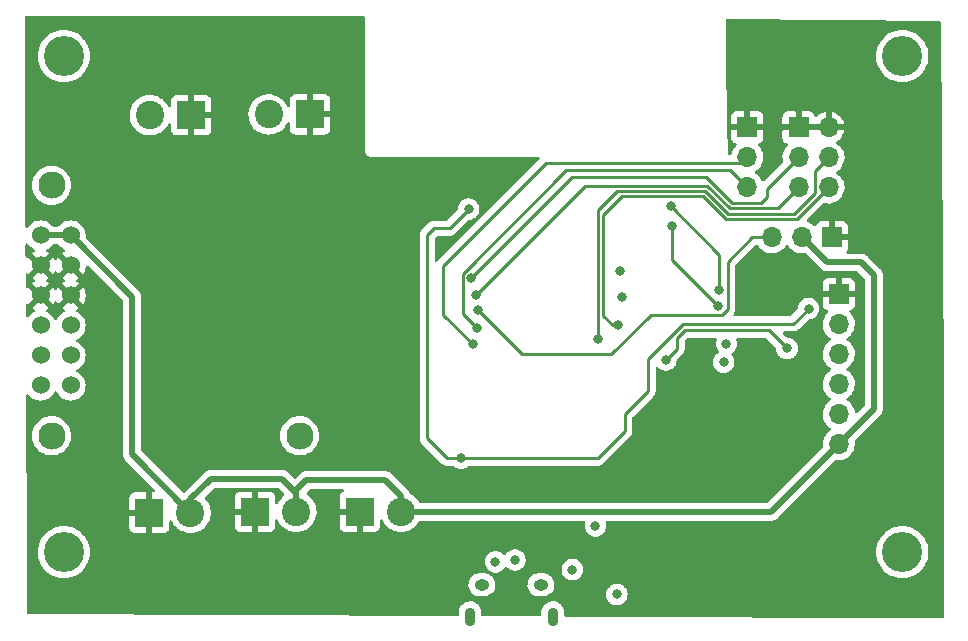
<source format=gbr>
%TF.GenerationSoftware,KiCad,Pcbnew,(6.0.0-0)*%
%TF.CreationDate,2022-09-01T13:13:12-04:00*%
%TF.ProjectId,Dome_Controller,446f6d65-5f43-46f6-9e74-726f6c6c6572,rev?*%
%TF.SameCoordinates,Original*%
%TF.FileFunction,Copper,L4,Bot*%
%TF.FilePolarity,Positive*%
%FSLAX46Y46*%
G04 Gerber Fmt 4.6, Leading zero omitted, Abs format (unit mm)*
G04 Created by KiCad (PCBNEW (6.0.0-0)) date 2022-09-01 13:13:12*
%MOMM*%
%LPD*%
G01*
G04 APERTURE LIST*
%TA.AperFunction,ComponentPad*%
%ADD10R,2.400000X2.400000*%
%TD*%
%TA.AperFunction,ComponentPad*%
%ADD11C,2.400000*%
%TD*%
%TA.AperFunction,ComponentPad*%
%ADD12O,0.890000X1.550000*%
%TD*%
%TA.AperFunction,ComponentPad*%
%ADD13O,1.250000X0.950000*%
%TD*%
%TA.AperFunction,WasherPad*%
%ADD14C,3.400000*%
%TD*%
%TA.AperFunction,ComponentPad*%
%ADD15R,1.700000X1.700000*%
%TD*%
%TA.AperFunction,ComponentPad*%
%ADD16O,1.700000X1.700000*%
%TD*%
%TA.AperFunction,ComponentPad*%
%ADD17C,1.524000*%
%TD*%
%TA.AperFunction,ComponentPad*%
%ADD18C,2.300000*%
%TD*%
%TA.AperFunction,ViaPad*%
%ADD19C,0.800000*%
%TD*%
%TA.AperFunction,Conductor*%
%ADD20C,0.254000*%
%TD*%
%TA.AperFunction,Conductor*%
%ADD21C,0.500000*%
%TD*%
G04 APERTURE END LIST*
D10*
%TO.P,J5,1,Pin_1*%
%TO.N,GND*%
X87780000Y-66000000D03*
D11*
%TO.P,J5,2,Pin_2*%
%TO.N,+12V*%
X84280000Y-66000000D03*
%TD*%
D10*
%TO.P,J8,1,Pin_1*%
%TO.N,GND*%
X93190000Y-99570000D03*
D11*
%TO.P,J8,2,Pin_2*%
%TO.N,+5V*%
X96690000Y-99570000D03*
%TD*%
D12*
%TO.P,J1,6,Shield*%
%TO.N,unconnected-(J1-Pad6)*%
X118400000Y-108450000D03*
D13*
X117400000Y-105750000D03*
X112400000Y-105750000D03*
D12*
X111400000Y-108450000D03*
%TD*%
D10*
%TO.P,J9,1,Pin_1*%
%TO.N,GND*%
X102060000Y-99570000D03*
D11*
%TO.P,J9,2,Pin_2*%
%TO.N,+5V*%
X105560000Y-99570000D03*
%TD*%
D14*
%TO.P,REF\u002A\u002A,*%
%TO.N,*%
X77000000Y-61000000D03*
%TD*%
D15*
%TO.P,J3,1,Pin_1*%
%TO.N,GND*%
X139210000Y-67040000D03*
D16*
%TO.P,J3,2,Pin_2*%
X141750000Y-67040000D03*
%TO.P,J3,3,Pin_3*%
%TO.N,RX_RS*%
X139210000Y-69580000D03*
%TO.P,J3,4,Pin_4*%
%TO.N,RX_HP*%
X141750000Y-69580000D03*
%TO.P,J3,5,Pin_5*%
%TO.N,TX_RS*%
X139210000Y-72120000D03*
%TO.P,J3,6,Pin_6*%
%TO.N,TX_HP*%
X141750000Y-72120000D03*
%TD*%
D14*
%TO.P,REF\u002A\u002A,*%
%TO.N,*%
X77000000Y-103000000D03*
%TD*%
D15*
%TO.P,J2,1,Pin_1*%
%TO.N,GND*%
X142610000Y-81150000D03*
D16*
%TO.P,J2,2,Pin_2*%
%TO.N,unconnected-(J2-Pad2)*%
X142610000Y-83690000D03*
%TO.P,J2,3,Pin_3*%
%TO.N,SCL*%
X142610000Y-86230000D03*
%TO.P,J2,4,Pin_4*%
%TO.N,SDA*%
X142610000Y-88770000D03*
%TO.P,J2,5,Pin_5*%
%TO.N,+3.3V*%
X142610000Y-91310000D03*
%TO.P,J2,6,Pin_6*%
%TO.N,+5V*%
X142610000Y-93850000D03*
%TD*%
D14*
%TO.P,REF\u002A\u002A,*%
%TO.N,*%
X148000000Y-103000000D03*
%TD*%
D15*
%TO.P,J4,1,Pin_1*%
%TO.N,GND*%
X142050000Y-76320000D03*
D16*
%TO.P,J4,2,Pin_2*%
%TO.N,+5V*%
X139510000Y-76320000D03*
%TO.P,J4,3,Pin_3*%
%TO.N,CL_D*%
X136970000Y-76320000D03*
%TD*%
D14*
%TO.P,REF\u002A\u002A,*%
%TO.N,*%
X148000000Y-61000000D03*
%TD*%
D15*
%TO.P,J10,1,Pin_1*%
%TO.N,GND*%
X134870000Y-67020000D03*
D16*
%TO.P,J10,2,Pin_2*%
%TO.N,RX_FU*%
X134870000Y-69560000D03*
%TO.P,J10,3,Pin_3*%
%TO.N,TX_FU*%
X134870000Y-72100000D03*
%TD*%
D10*
%TO.P,J7,1,Pin_1*%
%TO.N,GND*%
X84230000Y-99650000D03*
D11*
%TO.P,J7,2,Pin_2*%
%TO.N,+5V*%
X87730000Y-99650000D03*
%TD*%
D17*
%TO.P,U6,1,VOUT*%
%TO.N,+5V*%
X75035000Y-76185000D03*
%TO.P,U6,2,GND*%
%TO.N,GND*%
X75035000Y-78725000D03*
%TO.P,U6,3,GND*%
X75035000Y-81265000D03*
%TO.P,U6,4,VIN*%
%TO.N,+12V*%
X75035000Y-83805000D03*
%TO.P,U6,5,VRP*%
%TO.N,unconnected-(U6-Pad5)*%
X75035000Y-86345000D03*
%TO.P,U6,6,EN*%
%TO.N,unconnected-(U6-Pad6)*%
X75035000Y-88885000D03*
%TO.P,U6,7,PG*%
%TO.N,unconnected-(U6-Pad7)*%
X77575000Y-88885000D03*
%TO.P,U6,8,VRP*%
%TO.N,unconnected-(U6-Pad8)*%
X77575000Y-86345000D03*
%TO.P,U6,9,VIN*%
%TO.N,+12V*%
X77575000Y-83805000D03*
%TO.P,U6,10,GND*%
%TO.N,GND*%
X77575000Y-81265000D03*
%TO.P,U6,11,GND*%
X77575000Y-78725000D03*
%TO.P,U6,12,VOUT*%
%TO.N,+5V*%
X77575000Y-76185000D03*
D18*
%TO.P,U6,13*%
%TO.N,N/C*%
X75965000Y-71935000D03*
%TO.P,U6,14*%
X75965000Y-93135000D03*
%TO.P,U6,15*%
X96965000Y-93135000D03*
%TD*%
D10*
%TO.P,J6,1,Pin_1*%
%TO.N,GND*%
X97850000Y-65930000D03*
D11*
%TO.P,J6,2,Pin_2*%
%TO.N,+12V*%
X94350000Y-65930000D03*
%TD*%
D19*
%TO.N,RX_FU*%
X111650000Y-85410000D03*
%TO.N,+3.3V*%
X123830000Y-106580000D03*
%TO.N,ST_LED_C*%
X124110000Y-79210000D03*
X120060000Y-104480000D03*
%TO.N,D-*%
X132870000Y-86910000D03*
X113545000Y-103815000D03*
%TO.N,D+*%
X133110000Y-85340000D03*
X115200000Y-103660000D03*
%TO.N,RX_RS*%
X111490000Y-79760000D03*
%TO.N,RX_HP*%
X122220000Y-84920000D03*
%TO.N,TX_RS*%
X111890000Y-81220000D03*
%TO.N,TX_HP*%
X123940000Y-83780000D03*
%TO.N,CL_D*%
X112090000Y-82520000D03*
%TO.N,ST_LED_D*%
X124270000Y-81410000D03*
X122020000Y-100770000D03*
%TO.N,TX_FU*%
X111960000Y-84020000D03*
%TO.N,GPIO0*%
X127970000Y-86730000D03*
X138230000Y-85740000D03*
%TO.N,TXD0*%
X128480000Y-75350000D03*
X132412337Y-82183784D03*
%TO.N,RXD0*%
X132480000Y-80810000D03*
X128400000Y-73720000D03*
%TO.N,RESET*%
X110635000Y-95045000D03*
X111280000Y-73950000D03*
X140055000Y-82385000D03*
%TD*%
D20*
%TO.N,RX_FU*%
X109120000Y-82880000D02*
X111650000Y-85410000D01*
X109120000Y-78750000D02*
X109120000Y-82880000D01*
X117850000Y-70020000D02*
X109120000Y-78750000D01*
X134410000Y-70020000D02*
X117850000Y-70020000D01*
X134870000Y-69560000D02*
X134410000Y-70020000D01*
D21*
%TO.N,+5V*%
X75035000Y-76185000D02*
X77575000Y-76185000D01*
X97550000Y-96900000D02*
X104220000Y-96900000D01*
X87730000Y-98530000D02*
X89460000Y-96800000D01*
X136890000Y-99570000D02*
X142610000Y-93850000D01*
X96690000Y-97760000D02*
X97550000Y-96900000D01*
X145580000Y-90880000D02*
X145580000Y-79550000D01*
X104220000Y-96900000D02*
X105560000Y-98240000D01*
X145580000Y-79550000D02*
X144500000Y-78470000D01*
X105560000Y-98240000D02*
X105560000Y-99570000D01*
X87730000Y-99650000D02*
X87730000Y-98530000D01*
X144500000Y-78470000D02*
X141660000Y-78470000D01*
X82800000Y-94720000D02*
X87730000Y-99650000D01*
X96690000Y-99570000D02*
X96690000Y-97760000D01*
X95460000Y-96800000D02*
X96690000Y-98030000D01*
X77575000Y-76185000D02*
X82800000Y-81410000D01*
X89460000Y-96800000D02*
X95460000Y-96800000D01*
X142610000Y-93850000D02*
X145580000Y-90880000D01*
X105560000Y-99570000D02*
X136890000Y-99570000D01*
X141660000Y-78470000D02*
X139510000Y-76320000D01*
X96690000Y-98030000D02*
X96690000Y-99570000D01*
X82800000Y-81410000D02*
X82800000Y-94720000D01*
D20*
%TO.N,RX_RS*%
X136570000Y-72890000D02*
X136570000Y-72220000D01*
X136020000Y-73440000D02*
X136570000Y-72890000D01*
X111490000Y-79760000D02*
X120020000Y-71230000D01*
X120020000Y-71230000D02*
X131400000Y-71230000D01*
X136570000Y-72220000D02*
X139210000Y-69580000D01*
X131400000Y-71230000D02*
X133610000Y-73440000D01*
X133610000Y-73440000D02*
X136020000Y-73440000D01*
%TO.N,RX_HP*%
X140573489Y-72607328D02*
X140573489Y-70756511D01*
X138833777Y-74347040D02*
X140573489Y-72607328D01*
X122220000Y-84920000D02*
X122220000Y-74040000D01*
X133234292Y-74347040D02*
X138833777Y-74347040D01*
X131300772Y-72413520D02*
X133234292Y-74347040D01*
X122220000Y-74040000D02*
X123846480Y-72413520D01*
X140573489Y-70756511D02*
X141750000Y-69580000D01*
X123846480Y-72413520D02*
X131300772Y-72413520D01*
%TO.N,TX_RS*%
X133422146Y-73893520D02*
X131488626Y-71960000D01*
X137436480Y-73893520D02*
X133422146Y-73893520D01*
X139210000Y-72120000D02*
X137436480Y-73893520D01*
X121150000Y-71960000D02*
X111890000Y-81220000D01*
X131488626Y-71960000D02*
X121150000Y-71960000D01*
%TO.N,TX_HP*%
X124252960Y-72867040D02*
X131112918Y-72867040D01*
X123490000Y-83780000D02*
X122673520Y-82963520D01*
X122673520Y-82963520D02*
X122673520Y-74446480D01*
X123940000Y-83780000D02*
X123490000Y-83780000D01*
X131112918Y-72867040D02*
X133046438Y-74800560D01*
X139069440Y-74800560D02*
X141750000Y-72120000D01*
X122673520Y-74446480D02*
X124252960Y-72867040D01*
X133046438Y-74800560D02*
X139069440Y-74800560D01*
%TO.N,CL_D*%
X115830000Y-86260000D02*
X112090000Y-82520000D01*
X136970000Y-76320000D02*
X135310000Y-76320000D01*
X133206511Y-82417053D02*
X132713269Y-82910295D01*
X123340000Y-86260000D02*
X115830000Y-86260000D01*
X135310000Y-76320000D02*
X133206511Y-78423489D01*
X132713269Y-82910295D02*
X126689705Y-82910295D01*
X133206511Y-78423489D02*
X133206511Y-82417053D01*
X126689705Y-82910295D02*
X123340000Y-86260000D01*
%TO.N,TX_FU*%
X110763489Y-82823489D02*
X110763489Y-79456511D01*
X133440000Y-70670000D02*
X134870000Y-72100000D01*
X111960000Y-84020000D02*
X110763489Y-82823489D01*
X119550000Y-70670000D02*
X133440000Y-70670000D01*
X110763489Y-79456511D02*
X119550000Y-70670000D01*
%TO.N,GPIO0*%
X128930000Y-85770000D02*
X128930000Y-84830000D01*
X127970000Y-86730000D02*
X128930000Y-85770000D01*
X136690000Y-84200000D02*
X138230000Y-85740000D01*
X129560000Y-84200000D02*
X136690000Y-84200000D01*
X128930000Y-84830000D02*
X129560000Y-84200000D01*
%TO.N,TXD0*%
X128480000Y-78251447D02*
X132412337Y-82183784D01*
X128480000Y-75350000D02*
X128480000Y-78251447D01*
%TO.N,RXD0*%
X132480000Y-77800000D02*
X132480000Y-80810000D01*
X128400000Y-73720000D02*
X132480000Y-77800000D01*
%TO.N,RESET*%
X107760000Y-93360000D02*
X109445000Y-95045000D01*
X122215000Y-95045000D02*
X110635000Y-95045000D01*
X126470000Y-86648626D02*
X126470000Y-89320000D01*
X109445000Y-95045000D02*
X110635000Y-95045000D01*
X107760000Y-76180000D02*
X107760000Y-93360000D01*
X111280000Y-73950000D02*
X109660000Y-75570000D01*
X140055000Y-82385000D02*
X138780000Y-83660000D01*
X124490000Y-91300000D02*
X124490000Y-92770000D01*
X108370000Y-75570000D02*
X107760000Y-76180000D01*
X129458626Y-83660000D02*
X126470000Y-86648626D01*
X138780000Y-83660000D02*
X129458626Y-83660000D01*
X109660000Y-75570000D02*
X108370000Y-75570000D01*
X124490000Y-92770000D02*
X122215000Y-95045000D01*
X126470000Y-89320000D02*
X124490000Y-91300000D01*
%TD*%
%TA.AperFunction,Conductor*%
%TO.N,GND*%
G36*
X151145992Y-58018912D02*
G01*
X151213934Y-58039511D01*
X151259954Y-58093572D01*
X151270883Y-58144008D01*
X151485109Y-88242815D01*
X151491997Y-89210579D01*
X151492000Y-89211476D01*
X151492000Y-108472776D01*
X151471998Y-108540897D01*
X151418342Y-108587390D01*
X151365417Y-108598775D01*
X119478914Y-108451133D01*
X119410889Y-108430816D01*
X119364645Y-108376946D01*
X119353500Y-108325135D01*
X119353500Y-108071592D01*
X119338842Y-107927284D01*
X119280915Y-107742439D01*
X119187003Y-107573018D01*
X119119063Y-107493751D01*
X119065102Y-107430793D01*
X119065100Y-107430791D01*
X119060943Y-107425941D01*
X118990266Y-107371118D01*
X118912933Y-107311132D01*
X118912930Y-107311130D01*
X118907884Y-107307216D01*
X118734077Y-107221693D01*
X118727907Y-107220086D01*
X118727902Y-107220084D01*
X118552806Y-107174475D01*
X118552803Y-107174475D01*
X118546624Y-107172865D01*
X118455938Y-107168112D01*
X118359563Y-107163061D01*
X118359559Y-107163061D01*
X118353182Y-107162727D01*
X118199678Y-107185942D01*
X118167965Y-107190738D01*
X118167964Y-107190738D01*
X118161651Y-107191693D01*
X118155663Y-107193896D01*
X118155660Y-107193897D01*
X118088735Y-107218521D01*
X117979858Y-107258581D01*
X117974442Y-107261939D01*
X117974438Y-107261941D01*
X117820650Y-107357293D01*
X117820646Y-107357296D01*
X117815227Y-107360656D01*
X117810589Y-107365042D01*
X117681487Y-107487128D01*
X117674483Y-107493751D01*
X117563377Y-107652427D01*
X117486446Y-107830204D01*
X117446833Y-108019818D01*
X117446500Y-108026172D01*
X117446500Y-108315138D01*
X117426498Y-108383259D01*
X117372842Y-108429752D01*
X117319919Y-108441137D01*
X112478916Y-108418722D01*
X112410889Y-108398404D01*
X112364645Y-108344534D01*
X112353500Y-108292723D01*
X112353500Y-108071592D01*
X112338842Y-107927284D01*
X112280915Y-107742439D01*
X112187003Y-107573018D01*
X112119063Y-107493751D01*
X112065102Y-107430793D01*
X112065100Y-107430791D01*
X112060943Y-107425941D01*
X111990266Y-107371118D01*
X111912933Y-107311132D01*
X111912930Y-107311130D01*
X111907884Y-107307216D01*
X111734077Y-107221693D01*
X111727907Y-107220086D01*
X111727902Y-107220084D01*
X111552806Y-107174475D01*
X111552803Y-107174475D01*
X111546624Y-107172865D01*
X111455938Y-107168112D01*
X111359563Y-107163061D01*
X111359559Y-107163061D01*
X111353182Y-107162727D01*
X111199678Y-107185942D01*
X111167965Y-107190738D01*
X111167964Y-107190738D01*
X111161651Y-107191693D01*
X111155663Y-107193896D01*
X111155660Y-107193897D01*
X111088735Y-107218521D01*
X110979858Y-107258581D01*
X110974442Y-107261939D01*
X110974438Y-107261941D01*
X110820650Y-107357293D01*
X110820646Y-107357296D01*
X110815227Y-107360656D01*
X110810589Y-107365042D01*
X110681487Y-107487128D01*
X110674483Y-107493751D01*
X110563377Y-107652427D01*
X110486446Y-107830204D01*
X110446833Y-108019818D01*
X110446500Y-108026172D01*
X110446500Y-108282726D01*
X110426498Y-108350847D01*
X110372842Y-108397340D01*
X110319917Y-108408725D01*
X74004923Y-108240578D01*
X73936895Y-108220260D01*
X73890651Y-108166390D01*
X73879507Y-108115077D01*
X73870355Y-105798292D01*
X111262608Y-105798292D01*
X111292486Y-105995848D01*
X111361477Y-106183361D01*
X111466765Y-106353172D01*
X111471146Y-106357805D01*
X111471147Y-106357806D01*
X111507866Y-106396635D01*
X111604047Y-106498344D01*
X111767716Y-106612946D01*
X111951086Y-106692298D01*
X112146666Y-106733156D01*
X112151522Y-106733411D01*
X112151561Y-106733413D01*
X112151577Y-106733413D01*
X112153229Y-106733500D01*
X112599934Y-106733500D01*
X112629230Y-106730524D01*
X112742434Y-106719026D01*
X112742438Y-106719025D01*
X112748780Y-106718381D01*
X112882042Y-106676619D01*
X112933349Y-106660540D01*
X112933350Y-106660539D01*
X112939440Y-106658631D01*
X113114191Y-106561765D01*
X113265896Y-106431739D01*
X113269805Y-106426700D01*
X113384445Y-106278907D01*
X113384447Y-106278904D01*
X113388357Y-106273863D01*
X113420548Y-106208444D01*
X113473752Y-106100318D01*
X113476571Y-106094589D01*
X113526935Y-105901238D01*
X113532330Y-105798292D01*
X116262608Y-105798292D01*
X116292486Y-105995848D01*
X116361477Y-106183361D01*
X116466765Y-106353172D01*
X116471146Y-106357805D01*
X116471147Y-106357806D01*
X116507866Y-106396635D01*
X116604047Y-106498344D01*
X116767716Y-106612946D01*
X116951086Y-106692298D01*
X117146666Y-106733156D01*
X117151522Y-106733411D01*
X117151561Y-106733413D01*
X117151577Y-106733413D01*
X117153229Y-106733500D01*
X117599934Y-106733500D01*
X117629230Y-106730524D01*
X117742434Y-106719026D01*
X117742438Y-106719025D01*
X117748780Y-106718381D01*
X117882042Y-106676619D01*
X117933349Y-106660540D01*
X117933350Y-106660539D01*
X117939440Y-106658631D01*
X118081294Y-106580000D01*
X122916496Y-106580000D01*
X122936458Y-106769928D01*
X122995473Y-106951556D01*
X123090960Y-107116944D01*
X123095378Y-107121851D01*
X123095379Y-107121852D01*
X123185276Y-107221693D01*
X123218747Y-107258866D01*
X123285295Y-107307216D01*
X123354220Y-107357293D01*
X123373248Y-107371118D01*
X123379276Y-107373802D01*
X123379278Y-107373803D01*
X123541681Y-107446109D01*
X123547712Y-107448794D01*
X123641112Y-107468647D01*
X123728056Y-107487128D01*
X123728061Y-107487128D01*
X123734513Y-107488500D01*
X123925487Y-107488500D01*
X123931939Y-107487128D01*
X123931944Y-107487128D01*
X124018887Y-107468647D01*
X124112288Y-107448794D01*
X124118319Y-107446109D01*
X124280722Y-107373803D01*
X124280724Y-107373802D01*
X124286752Y-107371118D01*
X124305781Y-107357293D01*
X124374705Y-107307216D01*
X124441253Y-107258866D01*
X124474724Y-107221693D01*
X124564621Y-107121852D01*
X124564622Y-107121851D01*
X124569040Y-107116944D01*
X124664527Y-106951556D01*
X124723542Y-106769928D01*
X124743504Y-106580000D01*
X124723542Y-106390072D01*
X124664527Y-106208444D01*
X124569040Y-106043056D01*
X124531926Y-106001836D01*
X124445675Y-105906045D01*
X124445674Y-105906044D01*
X124441253Y-105901134D01*
X124286752Y-105788882D01*
X124280724Y-105786198D01*
X124280722Y-105786197D01*
X124118319Y-105713891D01*
X124118318Y-105713891D01*
X124112288Y-105711206D01*
X124018887Y-105691353D01*
X123931944Y-105672872D01*
X123931939Y-105672872D01*
X123925487Y-105671500D01*
X123734513Y-105671500D01*
X123728061Y-105672872D01*
X123728056Y-105672872D01*
X123641112Y-105691353D01*
X123547712Y-105711206D01*
X123541682Y-105713891D01*
X123541681Y-105713891D01*
X123379278Y-105786197D01*
X123379276Y-105786198D01*
X123373248Y-105788882D01*
X123218747Y-105901134D01*
X123214326Y-105906044D01*
X123214325Y-105906045D01*
X123128075Y-106001836D01*
X123090960Y-106043056D01*
X122995473Y-106208444D01*
X122936458Y-106390072D01*
X122916496Y-106580000D01*
X118081294Y-106580000D01*
X118114191Y-106561765D01*
X118265896Y-106431739D01*
X118269805Y-106426700D01*
X118384445Y-106278907D01*
X118384447Y-106278904D01*
X118388357Y-106273863D01*
X118420548Y-106208444D01*
X118473752Y-106100318D01*
X118476571Y-106094589D01*
X118526935Y-105901238D01*
X118536754Y-105713891D01*
X118537058Y-105708089D01*
X118537058Y-105708085D01*
X118537392Y-105701708D01*
X118507514Y-105504152D01*
X118450859Y-105350166D01*
X118440727Y-105322629D01*
X118440727Y-105322628D01*
X118438523Y-105316639D01*
X118333235Y-105146828D01*
X118323467Y-105136498D01*
X118200335Y-105006290D01*
X118195953Y-105001656D01*
X118032284Y-104887054D01*
X117848914Y-104807702D01*
X117653334Y-104766844D01*
X117648478Y-104766589D01*
X117648439Y-104766587D01*
X117648423Y-104766587D01*
X117646771Y-104766500D01*
X117200066Y-104766500D01*
X117186933Y-104767834D01*
X117057566Y-104780974D01*
X117057562Y-104780975D01*
X117051220Y-104781619D01*
X116959898Y-104810238D01*
X116866651Y-104839460D01*
X116866650Y-104839461D01*
X116860560Y-104841369D01*
X116854978Y-104844463D01*
X116854976Y-104844464D01*
X116782715Y-104884519D01*
X116685809Y-104938235D01*
X116680960Y-104942391D01*
X116559972Y-105046090D01*
X116534104Y-105068261D01*
X116530197Y-105073298D01*
X116530195Y-105073300D01*
X116415555Y-105221093D01*
X116415553Y-105221096D01*
X116411643Y-105226137D01*
X116408825Y-105231863D01*
X116408823Y-105231867D01*
X116388188Y-105273803D01*
X116323429Y-105405411D01*
X116273065Y-105598762D01*
X116272731Y-105605142D01*
X116263242Y-105786197D01*
X116262608Y-105798292D01*
X113532330Y-105798292D01*
X113536754Y-105713891D01*
X113537058Y-105708089D01*
X113537058Y-105708085D01*
X113537392Y-105701708D01*
X113507514Y-105504152D01*
X113450859Y-105350166D01*
X113440727Y-105322629D01*
X113440727Y-105322628D01*
X113438523Y-105316639D01*
X113333235Y-105146828D01*
X113323467Y-105136498D01*
X113200335Y-105006290D01*
X113195953Y-105001656D01*
X113032284Y-104887054D01*
X112848914Y-104807702D01*
X112653334Y-104766844D01*
X112648478Y-104766589D01*
X112648439Y-104766587D01*
X112648423Y-104766587D01*
X112646771Y-104766500D01*
X112200066Y-104766500D01*
X112186933Y-104767834D01*
X112057566Y-104780974D01*
X112057562Y-104780975D01*
X112051220Y-104781619D01*
X111959898Y-104810238D01*
X111866651Y-104839460D01*
X111866650Y-104839461D01*
X111860560Y-104841369D01*
X111854978Y-104844463D01*
X111854976Y-104844464D01*
X111782715Y-104884519D01*
X111685809Y-104938235D01*
X111680960Y-104942391D01*
X111559972Y-105046090D01*
X111534104Y-105068261D01*
X111530197Y-105073298D01*
X111530195Y-105073300D01*
X111415555Y-105221093D01*
X111415553Y-105221096D01*
X111411643Y-105226137D01*
X111408825Y-105231863D01*
X111408823Y-105231867D01*
X111388188Y-105273803D01*
X111323429Y-105405411D01*
X111273065Y-105598762D01*
X111272731Y-105605142D01*
X111263242Y-105786197D01*
X111262608Y-105798292D01*
X73870355Y-105798292D01*
X73859301Y-103000000D01*
X74786761Y-103000000D01*
X74787031Y-103004119D01*
X74796006Y-103141041D01*
X74805696Y-103288886D01*
X74806500Y-103292926D01*
X74806500Y-103292929D01*
X74841736Y-103470072D01*
X74862175Y-103572828D01*
X74863501Y-103576734D01*
X74863502Y-103576738D01*
X74946610Y-103821565D01*
X74955234Y-103846970D01*
X75083279Y-104106619D01*
X75244119Y-104347335D01*
X75246831Y-104350427D01*
X75246836Y-104350434D01*
X75400901Y-104526109D01*
X75435004Y-104564996D01*
X75438093Y-104567705D01*
X75649565Y-104753163D01*
X75649571Y-104753168D01*
X75652665Y-104755881D01*
X75893380Y-104916721D01*
X75897079Y-104918545D01*
X75897084Y-104918548D01*
X76065611Y-105001656D01*
X76153030Y-105044766D01*
X76156928Y-105046089D01*
X76156930Y-105046090D01*
X76423262Y-105136498D01*
X76423266Y-105136499D01*
X76427172Y-105137825D01*
X76431216Y-105138629D01*
X76431222Y-105138631D01*
X76707071Y-105193500D01*
X76707074Y-105193500D01*
X76711114Y-105194304D01*
X76715225Y-105194573D01*
X76715229Y-105194574D01*
X76995881Y-105212969D01*
X77000000Y-105213239D01*
X77004119Y-105212969D01*
X77284771Y-105194574D01*
X77284775Y-105194573D01*
X77288886Y-105194304D01*
X77292926Y-105193500D01*
X77292929Y-105193500D01*
X77568778Y-105138631D01*
X77568784Y-105138629D01*
X77572828Y-105137825D01*
X77576734Y-105136499D01*
X77576738Y-105136498D01*
X77843070Y-105046090D01*
X77843072Y-105046089D01*
X77846970Y-105044766D01*
X77934389Y-105001656D01*
X78102916Y-104918548D01*
X78102921Y-104918545D01*
X78106620Y-104916721D01*
X78347335Y-104755881D01*
X78350429Y-104753168D01*
X78350435Y-104753163D01*
X78561907Y-104567705D01*
X78564996Y-104564996D01*
X78599099Y-104526109D01*
X78753164Y-104350434D01*
X78753169Y-104350427D01*
X78755881Y-104347335D01*
X78916721Y-104106619D01*
X79044766Y-103846970D01*
X79053390Y-103821565D01*
X79055619Y-103815000D01*
X112631496Y-103815000D01*
X112651458Y-104004928D01*
X112710473Y-104186556D01*
X112713776Y-104192278D01*
X112713777Y-104192279D01*
X112719304Y-104201852D01*
X112805960Y-104351944D01*
X112810378Y-104356851D01*
X112810379Y-104356852D01*
X112897674Y-104453803D01*
X112933747Y-104493866D01*
X113088248Y-104606118D01*
X113094276Y-104608802D01*
X113094278Y-104608803D01*
X113216827Y-104663365D01*
X113262712Y-104683794D01*
X113356113Y-104703647D01*
X113443056Y-104722128D01*
X113443061Y-104722128D01*
X113449513Y-104723500D01*
X113640487Y-104723500D01*
X113646939Y-104722128D01*
X113646944Y-104722128D01*
X113733887Y-104703647D01*
X113827288Y-104683794D01*
X113873173Y-104663365D01*
X113995722Y-104608803D01*
X113995724Y-104608802D01*
X114001752Y-104606118D01*
X114156253Y-104493866D01*
X114192326Y-104453803D01*
X114279621Y-104356852D01*
X114279622Y-104356851D01*
X114284040Y-104351944D01*
X114320976Y-104287969D01*
X114372358Y-104238976D01*
X114442072Y-104225540D01*
X114507983Y-104251926D01*
X114523729Y-104266656D01*
X114588747Y-104338866D01*
X114743248Y-104451118D01*
X114749276Y-104453802D01*
X114749278Y-104453803D01*
X114839262Y-104493866D01*
X114917712Y-104528794D01*
X115011112Y-104548647D01*
X115098056Y-104567128D01*
X115098061Y-104567128D01*
X115104513Y-104568500D01*
X115295487Y-104568500D01*
X115301939Y-104567128D01*
X115301944Y-104567128D01*
X115388888Y-104548647D01*
X115482288Y-104528794D01*
X115560738Y-104493866D01*
X115591882Y-104480000D01*
X119146496Y-104480000D01*
X119147186Y-104486565D01*
X119160034Y-104608803D01*
X119166458Y-104669928D01*
X119225473Y-104851556D01*
X119320960Y-105016944D01*
X119325378Y-105021851D01*
X119325379Y-105021852D01*
X119430527Y-105138631D01*
X119448747Y-105158866D01*
X119603248Y-105271118D01*
X119609276Y-105273802D01*
X119609278Y-105273803D01*
X119693310Y-105311216D01*
X119777712Y-105348794D01*
X119871112Y-105368647D01*
X119958056Y-105387128D01*
X119958061Y-105387128D01*
X119964513Y-105388500D01*
X120155487Y-105388500D01*
X120161939Y-105387128D01*
X120161944Y-105387128D01*
X120248888Y-105368647D01*
X120342288Y-105348794D01*
X120426690Y-105311216D01*
X120510722Y-105273803D01*
X120510724Y-105273802D01*
X120516752Y-105271118D01*
X120671253Y-105158866D01*
X120689473Y-105138631D01*
X120794621Y-105021852D01*
X120794622Y-105021851D01*
X120799040Y-105016944D01*
X120894527Y-104851556D01*
X120953542Y-104669928D01*
X120959967Y-104608803D01*
X120972814Y-104486565D01*
X120973504Y-104480000D01*
X120959079Y-104342749D01*
X120954232Y-104296635D01*
X120954232Y-104296633D01*
X120953542Y-104290072D01*
X120894527Y-104108444D01*
X120799040Y-103943056D01*
X120671253Y-103801134D01*
X120516752Y-103688882D01*
X120510724Y-103686198D01*
X120510722Y-103686197D01*
X120348319Y-103613891D01*
X120348318Y-103613891D01*
X120342288Y-103611206D01*
X120248887Y-103591353D01*
X120161944Y-103572872D01*
X120161939Y-103572872D01*
X120155487Y-103571500D01*
X119964513Y-103571500D01*
X119958061Y-103572872D01*
X119958056Y-103572872D01*
X119871113Y-103591353D01*
X119777712Y-103611206D01*
X119771682Y-103613891D01*
X119771681Y-103613891D01*
X119609278Y-103686197D01*
X119609276Y-103686198D01*
X119603248Y-103688882D01*
X119448747Y-103801134D01*
X119320960Y-103943056D01*
X119225473Y-104108444D01*
X119166458Y-104290072D01*
X119165768Y-104296633D01*
X119165768Y-104296635D01*
X119160921Y-104342749D01*
X119146496Y-104480000D01*
X115591882Y-104480000D01*
X115650722Y-104453803D01*
X115650724Y-104453802D01*
X115656752Y-104451118D01*
X115811253Y-104338866D01*
X115939040Y-104196944D01*
X116034527Y-104031556D01*
X116093542Y-103849928D01*
X116098671Y-103801134D01*
X116112814Y-103666565D01*
X116113504Y-103660000D01*
X116093542Y-103470072D01*
X116034527Y-103288444D01*
X116028530Y-103278056D01*
X115949426Y-103141045D01*
X115939040Y-103123056D01*
X115849744Y-103023882D01*
X115828240Y-103000000D01*
X145786761Y-103000000D01*
X145787031Y-103004119D01*
X145796006Y-103141041D01*
X145805696Y-103288886D01*
X145806500Y-103292926D01*
X145806500Y-103292929D01*
X145841736Y-103470072D01*
X145862175Y-103572828D01*
X145863501Y-103576734D01*
X145863502Y-103576738D01*
X145946610Y-103821565D01*
X145955234Y-103846970D01*
X146083279Y-104106619D01*
X146244119Y-104347335D01*
X146246831Y-104350427D01*
X146246836Y-104350434D01*
X146400901Y-104526109D01*
X146435004Y-104564996D01*
X146438093Y-104567705D01*
X146649565Y-104753163D01*
X146649571Y-104753168D01*
X146652665Y-104755881D01*
X146893380Y-104916721D01*
X146897079Y-104918545D01*
X146897084Y-104918548D01*
X147065611Y-105001656D01*
X147153030Y-105044766D01*
X147156928Y-105046089D01*
X147156930Y-105046090D01*
X147423262Y-105136498D01*
X147423266Y-105136499D01*
X147427172Y-105137825D01*
X147431216Y-105138629D01*
X147431222Y-105138631D01*
X147707071Y-105193500D01*
X147707074Y-105193500D01*
X147711114Y-105194304D01*
X147715225Y-105194573D01*
X147715229Y-105194574D01*
X147995881Y-105212969D01*
X148000000Y-105213239D01*
X148004119Y-105212969D01*
X148284771Y-105194574D01*
X148284775Y-105194573D01*
X148288886Y-105194304D01*
X148292926Y-105193500D01*
X148292929Y-105193500D01*
X148568778Y-105138631D01*
X148568784Y-105138629D01*
X148572828Y-105137825D01*
X148576734Y-105136499D01*
X148576738Y-105136498D01*
X148843070Y-105046090D01*
X148843072Y-105046089D01*
X148846970Y-105044766D01*
X148934389Y-105001656D01*
X149102916Y-104918548D01*
X149102921Y-104918545D01*
X149106620Y-104916721D01*
X149347335Y-104755881D01*
X149350429Y-104753168D01*
X149350435Y-104753163D01*
X149561907Y-104567705D01*
X149564996Y-104564996D01*
X149599099Y-104526109D01*
X149753164Y-104350434D01*
X149753169Y-104350427D01*
X149755881Y-104347335D01*
X149916721Y-104106619D01*
X150044766Y-103846970D01*
X150053390Y-103821565D01*
X150136498Y-103576738D01*
X150136499Y-103576734D01*
X150137825Y-103572828D01*
X150158265Y-103470072D01*
X150193500Y-103292929D01*
X150193500Y-103292926D01*
X150194304Y-103288886D01*
X150203995Y-103141041D01*
X150212969Y-103004119D01*
X150213239Y-103000000D01*
X150209623Y-102944834D01*
X150194574Y-102715229D01*
X150194573Y-102715225D01*
X150194304Y-102711114D01*
X150137825Y-102427172D01*
X150044766Y-102153030D01*
X149916721Y-101893381D01*
X149755881Y-101652665D01*
X149753169Y-101649573D01*
X149753164Y-101649566D01*
X149567705Y-101438093D01*
X149564996Y-101435004D01*
X149482033Y-101362247D01*
X149350435Y-101246837D01*
X149350429Y-101246832D01*
X149347335Y-101244119D01*
X149106620Y-101083279D01*
X149102921Y-101081455D01*
X149102916Y-101081452D01*
X148850665Y-100957056D01*
X148850663Y-100957055D01*
X148846970Y-100955234D01*
X148688646Y-100901490D01*
X148576738Y-100863502D01*
X148576734Y-100863501D01*
X148572828Y-100862175D01*
X148568784Y-100861371D01*
X148568778Y-100861369D01*
X148292929Y-100806500D01*
X148292926Y-100806500D01*
X148288886Y-100805696D01*
X148284775Y-100805427D01*
X148284771Y-100805426D01*
X148004119Y-100787031D01*
X148000000Y-100786761D01*
X147995881Y-100787031D01*
X147715229Y-100805426D01*
X147715225Y-100805427D01*
X147711114Y-100805696D01*
X147707074Y-100806500D01*
X147707071Y-100806500D01*
X147431222Y-100861369D01*
X147431216Y-100861371D01*
X147427172Y-100862175D01*
X147423266Y-100863501D01*
X147423262Y-100863502D01*
X147311354Y-100901490D01*
X147153030Y-100955234D01*
X147149337Y-100957055D01*
X147149335Y-100957056D01*
X147130781Y-100966206D01*
X146893381Y-101083279D01*
X146652665Y-101244119D01*
X146649573Y-101246831D01*
X146649566Y-101246836D01*
X146517967Y-101362247D01*
X146435004Y-101435004D01*
X146432295Y-101438093D01*
X146246836Y-101649566D01*
X146246831Y-101649573D01*
X146244119Y-101652665D01*
X146083279Y-101893381D01*
X145955234Y-102153030D01*
X145862175Y-102427172D01*
X145805696Y-102711114D01*
X145805427Y-102715225D01*
X145805426Y-102715229D01*
X145790377Y-102944834D01*
X145786761Y-103000000D01*
X115828240Y-103000000D01*
X115815675Y-102986045D01*
X115815674Y-102986044D01*
X115811253Y-102981134D01*
X115656752Y-102868882D01*
X115650724Y-102866198D01*
X115650722Y-102866197D01*
X115488319Y-102793891D01*
X115488318Y-102793891D01*
X115482288Y-102791206D01*
X115388887Y-102771353D01*
X115301944Y-102752872D01*
X115301939Y-102752872D01*
X115295487Y-102751500D01*
X115104513Y-102751500D01*
X115098061Y-102752872D01*
X115098056Y-102752872D01*
X115011112Y-102771353D01*
X114917712Y-102791206D01*
X114911682Y-102793891D01*
X114911681Y-102793891D01*
X114749278Y-102866197D01*
X114749276Y-102866198D01*
X114743248Y-102868882D01*
X114588747Y-102981134D01*
X114584326Y-102986044D01*
X114584325Y-102986045D01*
X114550257Y-103023882D01*
X114460960Y-103123056D01*
X114450574Y-103141045D01*
X114424024Y-103187031D01*
X114372642Y-103236024D01*
X114302928Y-103249460D01*
X114237017Y-103223074D01*
X114221269Y-103208342D01*
X114156253Y-103136134D01*
X114001752Y-103023882D01*
X113995724Y-103021198D01*
X113995722Y-103021197D01*
X113833319Y-102948891D01*
X113833318Y-102948891D01*
X113827288Y-102946206D01*
X113733887Y-102926353D01*
X113646944Y-102907872D01*
X113646939Y-102907872D01*
X113640487Y-102906500D01*
X113449513Y-102906500D01*
X113443061Y-102907872D01*
X113443056Y-102907872D01*
X113356112Y-102926353D01*
X113262712Y-102946206D01*
X113256682Y-102948891D01*
X113256681Y-102948891D01*
X113094278Y-103021197D01*
X113094276Y-103021198D01*
X113088248Y-103023882D01*
X112933747Y-103136134D01*
X112805960Y-103278056D01*
X112710473Y-103443444D01*
X112651458Y-103625072D01*
X112650768Y-103631633D01*
X112650768Y-103631635D01*
X112644751Y-103688882D01*
X112631496Y-103815000D01*
X79055619Y-103815000D01*
X79136498Y-103576738D01*
X79136499Y-103576734D01*
X79137825Y-103572828D01*
X79158265Y-103470072D01*
X79193500Y-103292929D01*
X79193500Y-103292926D01*
X79194304Y-103288886D01*
X79203995Y-103141041D01*
X79212969Y-103004119D01*
X79213239Y-103000000D01*
X79209623Y-102944834D01*
X79194574Y-102715229D01*
X79194573Y-102715225D01*
X79194304Y-102711114D01*
X79137825Y-102427172D01*
X79044766Y-102153030D01*
X78916721Y-101893381D01*
X78755881Y-101652665D01*
X78753169Y-101649573D01*
X78753164Y-101649566D01*
X78567705Y-101438093D01*
X78564996Y-101435004D01*
X78482033Y-101362247D01*
X78350435Y-101246837D01*
X78350429Y-101246832D01*
X78347335Y-101244119D01*
X78106620Y-101083279D01*
X78102921Y-101081455D01*
X78102916Y-101081452D01*
X77850665Y-100957056D01*
X77850663Y-100957055D01*
X77846970Y-100955234D01*
X77688646Y-100901490D01*
X77668552Y-100894669D01*
X82522001Y-100894669D01*
X82522371Y-100901490D01*
X82527895Y-100952352D01*
X82531521Y-100967604D01*
X82576676Y-101088054D01*
X82585214Y-101103649D01*
X82661715Y-101205724D01*
X82674276Y-101218285D01*
X82776351Y-101294786D01*
X82791946Y-101303324D01*
X82912394Y-101348478D01*
X82927649Y-101352105D01*
X82978514Y-101357631D01*
X82985328Y-101358000D01*
X83957885Y-101358000D01*
X83973124Y-101353525D01*
X83974329Y-101352135D01*
X83976000Y-101344452D01*
X83976000Y-99922115D01*
X83971525Y-99906876D01*
X83970135Y-99905671D01*
X83962452Y-99904000D01*
X82540116Y-99904000D01*
X82524877Y-99908475D01*
X82523672Y-99909865D01*
X82522001Y-99917548D01*
X82522001Y-100894669D01*
X77668552Y-100894669D01*
X77576738Y-100863502D01*
X77576734Y-100863501D01*
X77572828Y-100862175D01*
X77568784Y-100861371D01*
X77568778Y-100861369D01*
X77292929Y-100806500D01*
X77292926Y-100806500D01*
X77288886Y-100805696D01*
X77284775Y-100805427D01*
X77284771Y-100805426D01*
X77004119Y-100787031D01*
X77000000Y-100786761D01*
X76995881Y-100787031D01*
X76715229Y-100805426D01*
X76715225Y-100805427D01*
X76711114Y-100805696D01*
X76707074Y-100806500D01*
X76707071Y-100806500D01*
X76431222Y-100861369D01*
X76431216Y-100861371D01*
X76427172Y-100862175D01*
X76423266Y-100863501D01*
X76423262Y-100863502D01*
X76311354Y-100901490D01*
X76153030Y-100955234D01*
X76149337Y-100957055D01*
X76149335Y-100957056D01*
X76130781Y-100966206D01*
X75893381Y-101083279D01*
X75652665Y-101244119D01*
X75649573Y-101246831D01*
X75649566Y-101246836D01*
X75517967Y-101362247D01*
X75435004Y-101435004D01*
X75432295Y-101438093D01*
X75246836Y-101649566D01*
X75246831Y-101649573D01*
X75244119Y-101652665D01*
X75083279Y-101893381D01*
X74955234Y-102153030D01*
X74862175Y-102427172D01*
X74805696Y-102711114D01*
X74805427Y-102715225D01*
X74805426Y-102715229D01*
X74790377Y-102944834D01*
X74786761Y-103000000D01*
X73859301Y-103000000D01*
X73844993Y-99377885D01*
X82522000Y-99377885D01*
X82526475Y-99393124D01*
X82527865Y-99394329D01*
X82535548Y-99396000D01*
X83957885Y-99396000D01*
X83973124Y-99391525D01*
X83974329Y-99390135D01*
X83976000Y-99382452D01*
X83976000Y-97960116D01*
X83971525Y-97944877D01*
X83970135Y-97943672D01*
X83962452Y-97942001D01*
X82985331Y-97942001D01*
X82978510Y-97942371D01*
X82927648Y-97947895D01*
X82912396Y-97951521D01*
X82791946Y-97996676D01*
X82776351Y-98005214D01*
X82674276Y-98081715D01*
X82661715Y-98094276D01*
X82585214Y-98196351D01*
X82576676Y-98211946D01*
X82531522Y-98332394D01*
X82527895Y-98347649D01*
X82522369Y-98398514D01*
X82522000Y-98405328D01*
X82522000Y-99377885D01*
X73844993Y-99377885D01*
X73820332Y-93135000D01*
X74301372Y-93135000D01*
X74321854Y-93395249D01*
X74323008Y-93400056D01*
X74323009Y-93400062D01*
X74344427Y-93489272D01*
X74382796Y-93649089D01*
X74384689Y-93653660D01*
X74384690Y-93653662D01*
X74452221Y-93816695D01*
X74482697Y-93890271D01*
X74619097Y-94112856D01*
X74788637Y-94311363D01*
X74987144Y-94480903D01*
X75209729Y-94617303D01*
X75214299Y-94619196D01*
X75214303Y-94619198D01*
X75446338Y-94715310D01*
X75450911Y-94717204D01*
X75533937Y-94737137D01*
X75699938Y-94776991D01*
X75699944Y-94776992D01*
X75704751Y-94778146D01*
X75965000Y-94798628D01*
X76225249Y-94778146D01*
X76230056Y-94776992D01*
X76230062Y-94776991D01*
X76396063Y-94737137D01*
X76479089Y-94717204D01*
X76483662Y-94715310D01*
X76715697Y-94619198D01*
X76715701Y-94619196D01*
X76720271Y-94617303D01*
X76942856Y-94480903D01*
X77141363Y-94311363D01*
X77310903Y-94112856D01*
X77447303Y-93890271D01*
X77477780Y-93816695D01*
X77545310Y-93653662D01*
X77545311Y-93653660D01*
X77547204Y-93649089D01*
X77585573Y-93489272D01*
X77606991Y-93400062D01*
X77606992Y-93400056D01*
X77608146Y-93395249D01*
X77628628Y-93135000D01*
X77608146Y-92874751D01*
X77606992Y-92869944D01*
X77606991Y-92869938D01*
X77548359Y-92625723D01*
X77547204Y-92620911D01*
X77515211Y-92543673D01*
X77449198Y-92384303D01*
X77449196Y-92384299D01*
X77447303Y-92379729D01*
X77310903Y-92157144D01*
X77141363Y-91958637D01*
X76942856Y-91789097D01*
X76720271Y-91652697D01*
X76715701Y-91650804D01*
X76715697Y-91650802D01*
X76483662Y-91554690D01*
X76483660Y-91554689D01*
X76479089Y-91552796D01*
X76390069Y-91531424D01*
X76230062Y-91493009D01*
X76230056Y-91493008D01*
X76225249Y-91491854D01*
X75965000Y-91471372D01*
X75704751Y-91491854D01*
X75699944Y-91493008D01*
X75699938Y-91493009D01*
X75539931Y-91531424D01*
X75450911Y-91552796D01*
X75446340Y-91554689D01*
X75446338Y-91554690D01*
X75214303Y-91650802D01*
X75214299Y-91650804D01*
X75209729Y-91652697D01*
X74987144Y-91789097D01*
X74788637Y-91958637D01*
X74619097Y-92157144D01*
X74482697Y-92379729D01*
X74480804Y-92384299D01*
X74480802Y-92384303D01*
X74414789Y-92543673D01*
X74382796Y-92620911D01*
X74381641Y-92625723D01*
X74323009Y-92869938D01*
X74323008Y-92869944D01*
X74321854Y-92874751D01*
X74301372Y-93135000D01*
X73820332Y-93135000D01*
X73806946Y-89746323D01*
X73826679Y-89678124D01*
X73880150Y-89631419D01*
X73950384Y-89621038D01*
X74015081Y-89650275D01*
X74036156Y-89673552D01*
X74058023Y-89704781D01*
X74215219Y-89861977D01*
X74219727Y-89865134D01*
X74219730Y-89865136D01*
X74245710Y-89883327D01*
X74397323Y-89989488D01*
X74402305Y-89991811D01*
X74402310Y-89991814D01*
X74562772Y-90066638D01*
X74598804Y-90083440D01*
X74604112Y-90084862D01*
X74604114Y-90084863D01*
X74665697Y-90101364D01*
X74813537Y-90140978D01*
X75035000Y-90160353D01*
X75256463Y-90140978D01*
X75404303Y-90101364D01*
X75465886Y-90084863D01*
X75465888Y-90084862D01*
X75471196Y-90083440D01*
X75507228Y-90066638D01*
X75667690Y-89991814D01*
X75667695Y-89991811D01*
X75672677Y-89989488D01*
X75824290Y-89883327D01*
X75850270Y-89865136D01*
X75850273Y-89865134D01*
X75854781Y-89861977D01*
X76011977Y-89704781D01*
X76017772Y-89696506D01*
X76136331Y-89527185D01*
X76136332Y-89527183D01*
X76139488Y-89522676D01*
X76141811Y-89517694D01*
X76141814Y-89517689D01*
X76190805Y-89412627D01*
X76237723Y-89359342D01*
X76306000Y-89339881D01*
X76373960Y-89360423D01*
X76419195Y-89412627D01*
X76468186Y-89517689D01*
X76468189Y-89517694D01*
X76470512Y-89522676D01*
X76473668Y-89527183D01*
X76473669Y-89527185D01*
X76592229Y-89696506D01*
X76598023Y-89704781D01*
X76755219Y-89861977D01*
X76759727Y-89865134D01*
X76759730Y-89865136D01*
X76785710Y-89883327D01*
X76937323Y-89989488D01*
X76942305Y-89991811D01*
X76942310Y-89991814D01*
X77102772Y-90066638D01*
X77138804Y-90083440D01*
X77144112Y-90084862D01*
X77144114Y-90084863D01*
X77205697Y-90101364D01*
X77353537Y-90140978D01*
X77575000Y-90160353D01*
X77796463Y-90140978D01*
X77944303Y-90101364D01*
X78005886Y-90084863D01*
X78005888Y-90084862D01*
X78011196Y-90083440D01*
X78047228Y-90066638D01*
X78207690Y-89991814D01*
X78207695Y-89991811D01*
X78212677Y-89989488D01*
X78364290Y-89883327D01*
X78390270Y-89865136D01*
X78390273Y-89865134D01*
X78394781Y-89861977D01*
X78551977Y-89704781D01*
X78557772Y-89696506D01*
X78676331Y-89527185D01*
X78676332Y-89527183D01*
X78679488Y-89522676D01*
X78681811Y-89517694D01*
X78681814Y-89517689D01*
X78771117Y-89326178D01*
X78771118Y-89326177D01*
X78773440Y-89321196D01*
X78830978Y-89106463D01*
X78850353Y-88885000D01*
X78830978Y-88663537D01*
X78773440Y-88448804D01*
X78706055Y-88304297D01*
X78681814Y-88252311D01*
X78681811Y-88252306D01*
X78679488Y-88247324D01*
X78676331Y-88242815D01*
X78555136Y-88069730D01*
X78555134Y-88069727D01*
X78551977Y-88065219D01*
X78394781Y-87908023D01*
X78390273Y-87904866D01*
X78390270Y-87904864D01*
X78264970Y-87817128D01*
X78212677Y-87780512D01*
X78207695Y-87778189D01*
X78207690Y-87778186D01*
X78102627Y-87729195D01*
X78049342Y-87682278D01*
X78029881Y-87614001D01*
X78050423Y-87546041D01*
X78102627Y-87500805D01*
X78207690Y-87451814D01*
X78207695Y-87451811D01*
X78212677Y-87449488D01*
X78381711Y-87331129D01*
X78390270Y-87325136D01*
X78390273Y-87325134D01*
X78394781Y-87321977D01*
X78551977Y-87164781D01*
X78592241Y-87107279D01*
X78676331Y-86987185D01*
X78676332Y-86987183D01*
X78679488Y-86982676D01*
X78681811Y-86977694D01*
X78681814Y-86977689D01*
X78771117Y-86786178D01*
X78771118Y-86786177D01*
X78773440Y-86781196D01*
X78775693Y-86772790D01*
X78812239Y-86636397D01*
X78830978Y-86566463D01*
X78850353Y-86345000D01*
X78830978Y-86123537D01*
X78781205Y-85937783D01*
X78774863Y-85914114D01*
X78774862Y-85914112D01*
X78773440Y-85908804D01*
X78771117Y-85903822D01*
X78681814Y-85712311D01*
X78681811Y-85712306D01*
X78679488Y-85707324D01*
X78603545Y-85598866D01*
X78555136Y-85529730D01*
X78555134Y-85529727D01*
X78551977Y-85525219D01*
X78394781Y-85368023D01*
X78390273Y-85364866D01*
X78390270Y-85364864D01*
X78276599Y-85285271D01*
X78212677Y-85240512D01*
X78207695Y-85238189D01*
X78207690Y-85238186D01*
X78102627Y-85189195D01*
X78049342Y-85142278D01*
X78029881Y-85074001D01*
X78050423Y-85006041D01*
X78102627Y-84960805D01*
X78207690Y-84911814D01*
X78207695Y-84911811D01*
X78212677Y-84909488D01*
X78316966Y-84836464D01*
X78390270Y-84785136D01*
X78390273Y-84785134D01*
X78394781Y-84781977D01*
X78551977Y-84624781D01*
X78596041Y-84561852D01*
X78676331Y-84447185D01*
X78676332Y-84447183D01*
X78679488Y-84442676D01*
X78681811Y-84437694D01*
X78681814Y-84437689D01*
X78771117Y-84246178D01*
X78771118Y-84246177D01*
X78773440Y-84241196D01*
X78780015Y-84216660D01*
X78802806Y-84131602D01*
X78830978Y-84026463D01*
X78850353Y-83805000D01*
X78830978Y-83583537D01*
X78773440Y-83368804D01*
X78768158Y-83357476D01*
X78681814Y-83172311D01*
X78681811Y-83172306D01*
X78679488Y-83167324D01*
X78676331Y-83162815D01*
X78555136Y-82989730D01*
X78555134Y-82989727D01*
X78551977Y-82985219D01*
X78394781Y-82828023D01*
X78390273Y-82824866D01*
X78390270Y-82824864D01*
X78263142Y-82735848D01*
X78212677Y-82700512D01*
X78207695Y-82698189D01*
X78207690Y-82698186D01*
X78102035Y-82648919D01*
X78048750Y-82602002D01*
X78029289Y-82533725D01*
X78049831Y-82465765D01*
X78102035Y-82420529D01*
X78207445Y-82371376D01*
X78216931Y-82365898D01*
X78260764Y-82335207D01*
X78269139Y-82324729D01*
X78262071Y-82311281D01*
X77587812Y-81637022D01*
X77573868Y-81629408D01*
X77572035Y-81629539D01*
X77565420Y-81633790D01*
X76887207Y-82312003D01*
X76880777Y-82323777D01*
X76890074Y-82335793D01*
X76933069Y-82365898D01*
X76942555Y-82371376D01*
X77047965Y-82420529D01*
X77101250Y-82467446D01*
X77120711Y-82535723D01*
X77100169Y-82603683D01*
X77047965Y-82648919D01*
X76942311Y-82698186D01*
X76942306Y-82698189D01*
X76937324Y-82700512D01*
X76932817Y-82703668D01*
X76932815Y-82703669D01*
X76759730Y-82824864D01*
X76759727Y-82824866D01*
X76755219Y-82828023D01*
X76598023Y-82985219D01*
X76594866Y-82989727D01*
X76594864Y-82989730D01*
X76473669Y-83162815D01*
X76470512Y-83167324D01*
X76468189Y-83172306D01*
X76468186Y-83172311D01*
X76419195Y-83277373D01*
X76372277Y-83330658D01*
X76304000Y-83350119D01*
X76236040Y-83329577D01*
X76190805Y-83277373D01*
X76141814Y-83172311D01*
X76141811Y-83172306D01*
X76139488Y-83167324D01*
X76136331Y-83162815D01*
X76015136Y-82989730D01*
X76015134Y-82989727D01*
X76011977Y-82985219D01*
X75854781Y-82828023D01*
X75850273Y-82824866D01*
X75850270Y-82824864D01*
X75723142Y-82735848D01*
X75672677Y-82700512D01*
X75667695Y-82698189D01*
X75667690Y-82698186D01*
X75562035Y-82648919D01*
X75508750Y-82602002D01*
X75489289Y-82533725D01*
X75509831Y-82465765D01*
X75562035Y-82420529D01*
X75667445Y-82371376D01*
X75676931Y-82365898D01*
X75720764Y-82335207D01*
X75729139Y-82324729D01*
X75722071Y-82311281D01*
X75047812Y-81637022D01*
X75033868Y-81629408D01*
X75032035Y-81629539D01*
X75025420Y-81633790D01*
X74347207Y-82312003D01*
X74340777Y-82323777D01*
X74350074Y-82335793D01*
X74393069Y-82365898D01*
X74402555Y-82371376D01*
X74507965Y-82420529D01*
X74561250Y-82467446D01*
X74580711Y-82535723D01*
X74560169Y-82603683D01*
X74507965Y-82648919D01*
X74402311Y-82698186D01*
X74402306Y-82698189D01*
X74397324Y-82700512D01*
X74392817Y-82703668D01*
X74392815Y-82703669D01*
X74219730Y-82824864D01*
X74219727Y-82824866D01*
X74215219Y-82828023D01*
X74058023Y-82985219D01*
X74054865Y-82989729D01*
X74054860Y-82989735D01*
X74009440Y-83054602D01*
X73953983Y-83098931D01*
X73883364Y-83106240D01*
X73820003Y-83074210D01*
X73784018Y-83013008D01*
X73780228Y-82982830D01*
X73779789Y-82871500D01*
X73776594Y-82062849D01*
X73796327Y-81994650D01*
X73849798Y-81947946D01*
X73920032Y-81937565D01*
X73972620Y-81960209D01*
X73973136Y-81960262D01*
X73988718Y-81952072D01*
X74662978Y-81277812D01*
X74669356Y-81266132D01*
X75399408Y-81266132D01*
X75399539Y-81267965D01*
X75403790Y-81274580D01*
X76082003Y-81952793D01*
X76093777Y-81959223D01*
X76105793Y-81949926D01*
X76135897Y-81906932D01*
X76141377Y-81897441D01*
X76190805Y-81791443D01*
X76237722Y-81738158D01*
X76306000Y-81718697D01*
X76373960Y-81739239D01*
X76419195Y-81791443D01*
X76468623Y-81897441D01*
X76474103Y-81906932D01*
X76504794Y-81950765D01*
X76515271Y-81959140D01*
X76528718Y-81952072D01*
X77202978Y-81277812D01*
X77209356Y-81266132D01*
X77939408Y-81266132D01*
X77939539Y-81267965D01*
X77943790Y-81274580D01*
X78622003Y-81952793D01*
X78633777Y-81959223D01*
X78645793Y-81949926D01*
X78675897Y-81906932D01*
X78681377Y-81897441D01*
X78770645Y-81706007D01*
X78774391Y-81695715D01*
X78829059Y-81491691D01*
X78830962Y-81480896D01*
X78849372Y-81270475D01*
X78849372Y-81259525D01*
X78830962Y-81049104D01*
X78829059Y-81038309D01*
X78774391Y-80834285D01*
X78770645Y-80823993D01*
X78681377Y-80632559D01*
X78675897Y-80623068D01*
X78645206Y-80579235D01*
X78634729Y-80570860D01*
X78621282Y-80577928D01*
X77947022Y-81252188D01*
X77939408Y-81266132D01*
X77209356Y-81266132D01*
X77210592Y-81263868D01*
X77210461Y-81262035D01*
X77206210Y-81255420D01*
X76527997Y-80577207D01*
X76516223Y-80570777D01*
X76504207Y-80580074D01*
X76474103Y-80623068D01*
X76468623Y-80632559D01*
X76419195Y-80738557D01*
X76372278Y-80791842D01*
X76304000Y-80811303D01*
X76236040Y-80790761D01*
X76190805Y-80738557D01*
X76141377Y-80632559D01*
X76135897Y-80623068D01*
X76105206Y-80579235D01*
X76094729Y-80570860D01*
X76081282Y-80577928D01*
X75407022Y-81252188D01*
X75399408Y-81266132D01*
X74669356Y-81266132D01*
X74670592Y-81263868D01*
X74670461Y-81262035D01*
X74666210Y-81255420D01*
X73987997Y-80577207D01*
X73976223Y-80570777D01*
X73973417Y-80572948D01*
X73907299Y-80598811D01*
X73837694Y-80584823D01*
X73786701Y-80535424D01*
X73770317Y-80473789D01*
X73769919Y-80372888D01*
X73767592Y-79783777D01*
X74340777Y-79783777D01*
X74350074Y-79795793D01*
X74393069Y-79825898D01*
X74402555Y-79831376D01*
X74508557Y-79880805D01*
X74561842Y-79927722D01*
X74581303Y-79995999D01*
X74560761Y-80063959D01*
X74508557Y-80109195D01*
X74402559Y-80158623D01*
X74393068Y-80164103D01*
X74349235Y-80194794D01*
X74340860Y-80205271D01*
X74347928Y-80218718D01*
X75022188Y-80892978D01*
X75036132Y-80900592D01*
X75037965Y-80900461D01*
X75044580Y-80896210D01*
X75722793Y-80217997D01*
X75729223Y-80206223D01*
X75719926Y-80194207D01*
X75676931Y-80164102D01*
X75667445Y-80158624D01*
X75561444Y-80109195D01*
X75508159Y-80062278D01*
X75488698Y-79994000D01*
X75509240Y-79926040D01*
X75561444Y-79880805D01*
X75667445Y-79831376D01*
X75676931Y-79825898D01*
X75720764Y-79795207D01*
X75729139Y-79784729D01*
X75728639Y-79783777D01*
X76880777Y-79783777D01*
X76890074Y-79795793D01*
X76933069Y-79825898D01*
X76942555Y-79831376D01*
X77048557Y-79880805D01*
X77101842Y-79927722D01*
X77121303Y-79995999D01*
X77100761Y-80063959D01*
X77048557Y-80109195D01*
X76942559Y-80158623D01*
X76933068Y-80164103D01*
X76889235Y-80194794D01*
X76880860Y-80205271D01*
X76887928Y-80218718D01*
X77562188Y-80892978D01*
X77576132Y-80900592D01*
X77577965Y-80900461D01*
X77584580Y-80896210D01*
X78262793Y-80217997D01*
X78269223Y-80206223D01*
X78259926Y-80194207D01*
X78216931Y-80164102D01*
X78207445Y-80158624D01*
X78101444Y-80109195D01*
X78048159Y-80062278D01*
X78028698Y-79994000D01*
X78049240Y-79926040D01*
X78101444Y-79880805D01*
X78207445Y-79831376D01*
X78216931Y-79825898D01*
X78260764Y-79795207D01*
X78269139Y-79784729D01*
X78262071Y-79771281D01*
X77587812Y-79097022D01*
X77573868Y-79089408D01*
X77572035Y-79089539D01*
X77565420Y-79093790D01*
X76887207Y-79772003D01*
X76880777Y-79783777D01*
X75728639Y-79783777D01*
X75722071Y-79771281D01*
X75047812Y-79097022D01*
X75033868Y-79089408D01*
X75032035Y-79089539D01*
X75025420Y-79093790D01*
X74347207Y-79772003D01*
X74340777Y-79783777D01*
X73767592Y-79783777D01*
X73766529Y-79514804D01*
X73786262Y-79446604D01*
X73839733Y-79399900D01*
X73909967Y-79389519D01*
X73971202Y-79415886D01*
X73975272Y-79419140D01*
X73988718Y-79412072D01*
X74662978Y-78737812D01*
X74669356Y-78726132D01*
X75399408Y-78726132D01*
X75399539Y-78727965D01*
X75403790Y-78734580D01*
X76082003Y-79412793D01*
X76093777Y-79419223D01*
X76105793Y-79409926D01*
X76135897Y-79366932D01*
X76141377Y-79357441D01*
X76190805Y-79251443D01*
X76237722Y-79198158D01*
X76306000Y-79178697D01*
X76373960Y-79199239D01*
X76419195Y-79251443D01*
X76468623Y-79357441D01*
X76474103Y-79366932D01*
X76504794Y-79410765D01*
X76515271Y-79419140D01*
X76528718Y-79412072D01*
X77202978Y-78737812D01*
X77210592Y-78723868D01*
X77210461Y-78722035D01*
X77206210Y-78715420D01*
X76527997Y-78037207D01*
X76516223Y-78030777D01*
X76504207Y-78040074D01*
X76474103Y-78083068D01*
X76468623Y-78092559D01*
X76419195Y-78198557D01*
X76372278Y-78251842D01*
X76304000Y-78271303D01*
X76236040Y-78250761D01*
X76190805Y-78198557D01*
X76141377Y-78092559D01*
X76135897Y-78083068D01*
X76105206Y-78039235D01*
X76094729Y-78030860D01*
X76081282Y-78037928D01*
X75407022Y-78712188D01*
X75399408Y-78726132D01*
X74669356Y-78726132D01*
X74670592Y-78723868D01*
X74670461Y-78722035D01*
X74666210Y-78715420D01*
X73987997Y-78037207D01*
X73976223Y-78030777D01*
X73963414Y-78040687D01*
X73897296Y-78066550D01*
X73827691Y-78052562D01*
X73776698Y-78003163D01*
X73760314Y-77941528D01*
X73760182Y-77908035D01*
X73756493Y-76974268D01*
X73776226Y-76906070D01*
X73829697Y-76859365D01*
X73899931Y-76848984D01*
X73964628Y-76878221D01*
X73985705Y-76901500D01*
X74052019Y-76996206D01*
X74058023Y-77004781D01*
X74215219Y-77161977D01*
X74219727Y-77165134D01*
X74219730Y-77165136D01*
X74268510Y-77199292D01*
X74397323Y-77289488D01*
X74402305Y-77291811D01*
X74402310Y-77291814D01*
X74507965Y-77341081D01*
X74561250Y-77387998D01*
X74580711Y-77456275D01*
X74560169Y-77524235D01*
X74507965Y-77569471D01*
X74402559Y-77618623D01*
X74393068Y-77624103D01*
X74349235Y-77654794D01*
X74340860Y-77665271D01*
X74347928Y-77678718D01*
X75022188Y-78352978D01*
X75036132Y-78360592D01*
X75037965Y-78360461D01*
X75044580Y-78356210D01*
X75722793Y-77677997D01*
X75729223Y-77666223D01*
X75719926Y-77654207D01*
X75676931Y-77624102D01*
X75667445Y-77618624D01*
X75562035Y-77569471D01*
X75508750Y-77522554D01*
X75489289Y-77454277D01*
X75509831Y-77386317D01*
X75562035Y-77341081D01*
X75667690Y-77291814D01*
X75667695Y-77291811D01*
X75672677Y-77289488D01*
X75801490Y-77199292D01*
X75850270Y-77165136D01*
X75850273Y-77165134D01*
X75854781Y-77161977D01*
X76011977Y-77004781D01*
X76017264Y-76997231D01*
X76018546Y-76996206D01*
X76018669Y-76996059D01*
X76018698Y-76996084D01*
X76072718Y-76952902D01*
X76120477Y-76943500D01*
X76489523Y-76943500D01*
X76557644Y-76963502D01*
X76592736Y-76997230D01*
X76598023Y-77004781D01*
X76755219Y-77161977D01*
X76759727Y-77165134D01*
X76759730Y-77165136D01*
X76808510Y-77199292D01*
X76937323Y-77289488D01*
X76942305Y-77291811D01*
X76942310Y-77291814D01*
X77047965Y-77341081D01*
X77101250Y-77387998D01*
X77120711Y-77456275D01*
X77100169Y-77524235D01*
X77047965Y-77569471D01*
X76942559Y-77618623D01*
X76933068Y-77624103D01*
X76889235Y-77654794D01*
X76880860Y-77665271D01*
X76887928Y-77678718D01*
X78622003Y-79412793D01*
X78633777Y-79419223D01*
X78645793Y-79409926D01*
X78675897Y-79366932D01*
X78681377Y-79357441D01*
X78770645Y-79166007D01*
X78774391Y-79155715D01*
X78829059Y-78951691D01*
X78830962Y-78940896D01*
X78841785Y-78817195D01*
X78867649Y-78751077D01*
X78925152Y-78709438D01*
X78996039Y-78705497D01*
X79056401Y-78739082D01*
X82004595Y-81687276D01*
X82038621Y-81749588D01*
X82041500Y-81776371D01*
X82041500Y-94652930D01*
X82040067Y-94671880D01*
X82036801Y-94693349D01*
X82037394Y-94700641D01*
X82037394Y-94700644D01*
X82041085Y-94746018D01*
X82041500Y-94756233D01*
X82041500Y-94764293D01*
X82041925Y-94767937D01*
X82044789Y-94792507D01*
X82045222Y-94796882D01*
X82045333Y-94798240D01*
X82051140Y-94869637D01*
X82053396Y-94876601D01*
X82054587Y-94882560D01*
X82055971Y-94888415D01*
X82056818Y-94895681D01*
X82081735Y-94964327D01*
X82083152Y-94968455D01*
X82100141Y-95020896D01*
X82105649Y-95037899D01*
X82109445Y-95044154D01*
X82111951Y-95049628D01*
X82114670Y-95055058D01*
X82117167Y-95061937D01*
X82121180Y-95068057D01*
X82121180Y-95068058D01*
X82157186Y-95122976D01*
X82159523Y-95126680D01*
X82197405Y-95189107D01*
X82201121Y-95193315D01*
X82201122Y-95193316D01*
X82204803Y-95197484D01*
X82204776Y-95197508D01*
X82207429Y-95200500D01*
X82210132Y-95203733D01*
X82214144Y-95209852D01*
X82219456Y-95214884D01*
X82270383Y-95263128D01*
X82272825Y-95265506D01*
X84734224Y-97726905D01*
X84768250Y-97789217D01*
X84763185Y-97860032D01*
X84720638Y-97916868D01*
X84654118Y-97941679D01*
X84645129Y-97942000D01*
X84502115Y-97942000D01*
X84486876Y-97946475D01*
X84485671Y-97947865D01*
X84484000Y-97955548D01*
X84484000Y-101339884D01*
X84488475Y-101355123D01*
X84489865Y-101356328D01*
X84497548Y-101357999D01*
X85474669Y-101357999D01*
X85481490Y-101357629D01*
X85532352Y-101352105D01*
X85547604Y-101348479D01*
X85668054Y-101303324D01*
X85683649Y-101294786D01*
X85785724Y-101218285D01*
X85798285Y-101205724D01*
X85874786Y-101103649D01*
X85883324Y-101088054D01*
X85928478Y-100967606D01*
X85932105Y-100952351D01*
X85937631Y-100901486D01*
X85938000Y-100894672D01*
X85938000Y-100425406D01*
X85958002Y-100357285D01*
X86011658Y-100310792D01*
X86081932Y-100300688D01*
X86146512Y-100330182D01*
X86174991Y-100365767D01*
X86285025Y-100570551D01*
X86287820Y-100574294D01*
X86287822Y-100574297D01*
X86434171Y-100770282D01*
X86434176Y-100770288D01*
X86436963Y-100774020D01*
X86440272Y-100777300D01*
X86440277Y-100777306D01*
X86565546Y-100901486D01*
X86617307Y-100952797D01*
X86621069Y-100955555D01*
X86621072Y-100955558D01*
X86713937Y-101023649D01*
X86822094Y-101102953D01*
X86826229Y-101105129D01*
X86826233Y-101105131D01*
X86944289Y-101167243D01*
X87046827Y-101221191D01*
X87120266Y-101246837D01*
X87282021Y-101303324D01*
X87286568Y-101304912D01*
X87536050Y-101352278D01*
X87656532Y-101357011D01*
X87785125Y-101362064D01*
X87785130Y-101362064D01*
X87789793Y-101362247D01*
X87888774Y-101351407D01*
X88037569Y-101335112D01*
X88037575Y-101335111D01*
X88042222Y-101334602D01*
X88151680Y-101305784D01*
X88223837Y-101286786D01*
X88287793Y-101269948D01*
X88474000Y-101189948D01*
X88516807Y-101171557D01*
X88516810Y-101171555D01*
X88521110Y-101169708D01*
X88525090Y-101167245D01*
X88525094Y-101167243D01*
X88733064Y-101038547D01*
X88733066Y-101038545D01*
X88737047Y-101036082D01*
X88749983Y-101025131D01*
X88927289Y-100875031D01*
X88927291Y-100875029D01*
X88930862Y-100872006D01*
X88981145Y-100814669D01*
X91482001Y-100814669D01*
X91482371Y-100821490D01*
X91487895Y-100872352D01*
X91491521Y-100887604D01*
X91536676Y-101008054D01*
X91545214Y-101023649D01*
X91621715Y-101125724D01*
X91634276Y-101138285D01*
X91736351Y-101214786D01*
X91751946Y-101223324D01*
X91872394Y-101268478D01*
X91887649Y-101272105D01*
X91938514Y-101277631D01*
X91945328Y-101278000D01*
X92917885Y-101278000D01*
X92933124Y-101273525D01*
X92934329Y-101272135D01*
X92936000Y-101264452D01*
X92936000Y-99842115D01*
X92931525Y-99826876D01*
X92930135Y-99825671D01*
X92922452Y-99824000D01*
X91500116Y-99824000D01*
X91484877Y-99828475D01*
X91483672Y-99829865D01*
X91482001Y-99837548D01*
X91482001Y-100814669D01*
X88981145Y-100814669D01*
X89098295Y-100681084D01*
X89235669Y-100467512D01*
X89339967Y-100235980D01*
X89408896Y-99991575D01*
X89430002Y-99825671D01*
X89440545Y-99742798D01*
X89440545Y-99742792D01*
X89440943Y-99739667D01*
X89443291Y-99650000D01*
X89424472Y-99396759D01*
X89422974Y-99390135D01*
X89402099Y-99297885D01*
X91482000Y-99297885D01*
X91486475Y-99313124D01*
X91487865Y-99314329D01*
X91495548Y-99316000D01*
X92917885Y-99316000D01*
X92933124Y-99311525D01*
X92934329Y-99310135D01*
X92936000Y-99302452D01*
X92936000Y-97880116D01*
X92931525Y-97864877D01*
X92930135Y-97863672D01*
X92922452Y-97862001D01*
X91945331Y-97862001D01*
X91938510Y-97862371D01*
X91887648Y-97867895D01*
X91872396Y-97871521D01*
X91751946Y-97916676D01*
X91736351Y-97925214D01*
X91634276Y-98001715D01*
X91621715Y-98014276D01*
X91545214Y-98116351D01*
X91536676Y-98131946D01*
X91491522Y-98252394D01*
X91487895Y-98267649D01*
X91482369Y-98318514D01*
X91482000Y-98325328D01*
X91482000Y-99297885D01*
X89402099Y-99297885D01*
X89369459Y-99153639D01*
X89368428Y-99149082D01*
X89351816Y-99106365D01*
X89278084Y-98916762D01*
X89278083Y-98916760D01*
X89276391Y-98912409D01*
X89273290Y-98906983D01*
X89152702Y-98695997D01*
X89152700Y-98695995D01*
X89150383Y-98691940D01*
X89147491Y-98688271D01*
X88995040Y-98494887D01*
X88968575Y-98429007D01*
X88981928Y-98359277D01*
X89004895Y-98327786D01*
X89737276Y-97595405D01*
X89799588Y-97561379D01*
X89826371Y-97558500D01*
X95093629Y-97558500D01*
X95161750Y-97578502D01*
X95182724Y-97595405D01*
X95632535Y-98045216D01*
X95666561Y-98107528D01*
X95661496Y-98178343D01*
X95627341Y-98228314D01*
X95493638Y-98347649D01*
X95457562Y-98379848D01*
X95295183Y-98575087D01*
X95163447Y-98792182D01*
X95161638Y-98796496D01*
X95161637Y-98796498D01*
X95140196Y-98847629D01*
X95095407Y-98902715D01*
X95027946Y-98924841D01*
X94959233Y-98906983D01*
X94911081Y-98854810D01*
X94897999Y-98798903D01*
X94897999Y-98325331D01*
X94897629Y-98318510D01*
X94892105Y-98267648D01*
X94888479Y-98252396D01*
X94843324Y-98131946D01*
X94834786Y-98116351D01*
X94758285Y-98014276D01*
X94745724Y-98001715D01*
X94643649Y-97925214D01*
X94628054Y-97916676D01*
X94507606Y-97871522D01*
X94492351Y-97867895D01*
X94441486Y-97862369D01*
X94434672Y-97862000D01*
X93462115Y-97862000D01*
X93446876Y-97866475D01*
X93445671Y-97867865D01*
X93444000Y-97875548D01*
X93444000Y-101259884D01*
X93448475Y-101275123D01*
X93449865Y-101276328D01*
X93457548Y-101277999D01*
X94434669Y-101277999D01*
X94441490Y-101277629D01*
X94492352Y-101272105D01*
X94507604Y-101268479D01*
X94628054Y-101223324D01*
X94643649Y-101214786D01*
X94745724Y-101138285D01*
X94758285Y-101125724D01*
X94834786Y-101023649D01*
X94843324Y-101008054D01*
X94888478Y-100887606D01*
X94892105Y-100872351D01*
X94897631Y-100821486D01*
X94898000Y-100814672D01*
X94898000Y-100345406D01*
X94918002Y-100277285D01*
X94971658Y-100230792D01*
X95041932Y-100220688D01*
X95106512Y-100250182D01*
X95134991Y-100285767D01*
X95245025Y-100490551D01*
X95247820Y-100494294D01*
X95247822Y-100494297D01*
X95394171Y-100690282D01*
X95394176Y-100690288D01*
X95396963Y-100694020D01*
X95400272Y-100697300D01*
X95400277Y-100697306D01*
X95572960Y-100868488D01*
X95577307Y-100872797D01*
X95581069Y-100875555D01*
X95581072Y-100875558D01*
X95704701Y-100966206D01*
X95782094Y-101022953D01*
X95786229Y-101025129D01*
X95786233Y-101025131D01*
X95811733Y-101038547D01*
X96006827Y-101141191D01*
X96093782Y-101171557D01*
X96242021Y-101223324D01*
X96246568Y-101224912D01*
X96496050Y-101272278D01*
X96616532Y-101277011D01*
X96745125Y-101282064D01*
X96745130Y-101282064D01*
X96749793Y-101282247D01*
X96848774Y-101271407D01*
X96997569Y-101255112D01*
X96997575Y-101255111D01*
X97002222Y-101254602D01*
X97031716Y-101246837D01*
X97243273Y-101191138D01*
X97247793Y-101189948D01*
X97445212Y-101105131D01*
X97476807Y-101091557D01*
X97476810Y-101091555D01*
X97481110Y-101089708D01*
X97485090Y-101087245D01*
X97485094Y-101087243D01*
X97693064Y-100958547D01*
X97693066Y-100958545D01*
X97697047Y-100956082D01*
X97700624Y-100953054D01*
X97864092Y-100814669D01*
X100352001Y-100814669D01*
X100352371Y-100821490D01*
X100357895Y-100872352D01*
X100361521Y-100887604D01*
X100406676Y-101008054D01*
X100415214Y-101023649D01*
X100491715Y-101125724D01*
X100504276Y-101138285D01*
X100606351Y-101214786D01*
X100621946Y-101223324D01*
X100742394Y-101268478D01*
X100757649Y-101272105D01*
X100808514Y-101277631D01*
X100815328Y-101278000D01*
X101787885Y-101278000D01*
X101803124Y-101273525D01*
X101804329Y-101272135D01*
X101806000Y-101264452D01*
X101806000Y-99842115D01*
X101801525Y-99826876D01*
X101800135Y-99825671D01*
X101792452Y-99824000D01*
X100370116Y-99824000D01*
X100354877Y-99828475D01*
X100353672Y-99829865D01*
X100352001Y-99837548D01*
X100352001Y-100814669D01*
X97864092Y-100814669D01*
X97887289Y-100795031D01*
X97887291Y-100795029D01*
X97890862Y-100792006D01*
X98058295Y-100601084D01*
X98071811Y-100580072D01*
X98193141Y-100391442D01*
X98195669Y-100387512D01*
X98299967Y-100155980D01*
X98368896Y-99911575D01*
X98400943Y-99659667D01*
X98401114Y-99653160D01*
X98403208Y-99573160D01*
X98403291Y-99570000D01*
X98390361Y-99396000D01*
X98384818Y-99321411D01*
X98384817Y-99321407D01*
X98384472Y-99316759D01*
X98382974Y-99310135D01*
X98329459Y-99073639D01*
X98328428Y-99069082D01*
X98265391Y-98906983D01*
X98238084Y-98836762D01*
X98238083Y-98836760D01*
X98236391Y-98832409D01*
X98215866Y-98796498D01*
X98112702Y-98615997D01*
X98112700Y-98615995D01*
X98110383Y-98611940D01*
X97953171Y-98412517D01*
X97863099Y-98327786D01*
X97771610Y-98241722D01*
X97771608Y-98241720D01*
X97768209Y-98238523D01*
X97606345Y-98126234D01*
X97561775Y-98070970D01*
X97554158Y-98000384D01*
X97589070Y-97933611D01*
X97827276Y-97695405D01*
X97889588Y-97661379D01*
X97916371Y-97658500D01*
X100615578Y-97658500D01*
X100683699Y-97678502D01*
X100730192Y-97732158D01*
X100740296Y-97802432D01*
X100710802Y-97867012D01*
X100659808Y-97902482D01*
X100621946Y-97916676D01*
X100606351Y-97925214D01*
X100504276Y-98001715D01*
X100491715Y-98014276D01*
X100415214Y-98116351D01*
X100406676Y-98131946D01*
X100361522Y-98252394D01*
X100357895Y-98267649D01*
X100352369Y-98318514D01*
X100352000Y-98325328D01*
X100352000Y-99297885D01*
X100356475Y-99313124D01*
X100357865Y-99314329D01*
X100365548Y-99316000D01*
X102188000Y-99316000D01*
X102256121Y-99336002D01*
X102302614Y-99389658D01*
X102314000Y-99442000D01*
X102314000Y-101259884D01*
X102318475Y-101275123D01*
X102319865Y-101276328D01*
X102327548Y-101277999D01*
X103304669Y-101277999D01*
X103311490Y-101277629D01*
X103362352Y-101272105D01*
X103377604Y-101268479D01*
X103498054Y-101223324D01*
X103513649Y-101214786D01*
X103615724Y-101138285D01*
X103628285Y-101125724D01*
X103704786Y-101023649D01*
X103713324Y-101008054D01*
X103758478Y-100887606D01*
X103762105Y-100872351D01*
X103767631Y-100821486D01*
X103768000Y-100814672D01*
X103768000Y-100345406D01*
X103788002Y-100277285D01*
X103841658Y-100230792D01*
X103911932Y-100220688D01*
X103976512Y-100250182D01*
X104004991Y-100285767D01*
X104115025Y-100490551D01*
X104117820Y-100494294D01*
X104117822Y-100494297D01*
X104264171Y-100690282D01*
X104264176Y-100690288D01*
X104266963Y-100694020D01*
X104270272Y-100697300D01*
X104270277Y-100697306D01*
X104442960Y-100868488D01*
X104447307Y-100872797D01*
X104451069Y-100875555D01*
X104451072Y-100875558D01*
X104574701Y-100966206D01*
X104652094Y-101022953D01*
X104656229Y-101025129D01*
X104656233Y-101025131D01*
X104681733Y-101038547D01*
X104876827Y-101141191D01*
X104963782Y-101171557D01*
X105112021Y-101223324D01*
X105116568Y-101224912D01*
X105366050Y-101272278D01*
X105486532Y-101277011D01*
X105615125Y-101282064D01*
X105615130Y-101282064D01*
X105619793Y-101282247D01*
X105718774Y-101271407D01*
X105867569Y-101255112D01*
X105867575Y-101255111D01*
X105872222Y-101254602D01*
X105901716Y-101246837D01*
X106113273Y-101191138D01*
X106117793Y-101189948D01*
X106315212Y-101105131D01*
X106346807Y-101091557D01*
X106346810Y-101091555D01*
X106351110Y-101089708D01*
X106355090Y-101087245D01*
X106355094Y-101087243D01*
X106563064Y-100958547D01*
X106563066Y-100958545D01*
X106567047Y-100956082D01*
X106570624Y-100953054D01*
X106757289Y-100795031D01*
X106757291Y-100795029D01*
X106760862Y-100792006D01*
X106928295Y-100601084D01*
X106941811Y-100580072D01*
X107065669Y-100387512D01*
X107067322Y-100388575D01*
X107111632Y-100344055D01*
X107172278Y-100328500D01*
X121034775Y-100328500D01*
X121102896Y-100348502D01*
X121149389Y-100402158D01*
X121159493Y-100472432D01*
X121154608Y-100493436D01*
X121126458Y-100580072D01*
X121125768Y-100586633D01*
X121125768Y-100586635D01*
X121123880Y-100604597D01*
X121106496Y-100770000D01*
X121107186Y-100776565D01*
X121125736Y-100953054D01*
X121126458Y-100959928D01*
X121185473Y-101141556D01*
X121188776Y-101147278D01*
X121188777Y-101147279D01*
X121202794Y-101171557D01*
X121280960Y-101306944D01*
X121285378Y-101311851D01*
X121285379Y-101311852D01*
X121399047Y-101438093D01*
X121408747Y-101448866D01*
X121563248Y-101561118D01*
X121569276Y-101563802D01*
X121569278Y-101563803D01*
X121731681Y-101636109D01*
X121737712Y-101638794D01*
X121802970Y-101652665D01*
X121918056Y-101677128D01*
X121918061Y-101677128D01*
X121924513Y-101678500D01*
X122115487Y-101678500D01*
X122121939Y-101677128D01*
X122121944Y-101677128D01*
X122237030Y-101652665D01*
X122302288Y-101638794D01*
X122308319Y-101636109D01*
X122470722Y-101563803D01*
X122470724Y-101563802D01*
X122476752Y-101561118D01*
X122631253Y-101448866D01*
X122640953Y-101438093D01*
X122754621Y-101311852D01*
X122754622Y-101311851D01*
X122759040Y-101306944D01*
X122837206Y-101171557D01*
X122851223Y-101147279D01*
X122851224Y-101147278D01*
X122854527Y-101141556D01*
X122913542Y-100959928D01*
X122914265Y-100953054D01*
X122932814Y-100776565D01*
X122933504Y-100770000D01*
X122916120Y-100604597D01*
X122914232Y-100586635D01*
X122914232Y-100586633D01*
X122913542Y-100580072D01*
X122885392Y-100493436D01*
X122883364Y-100422469D01*
X122920027Y-100361671D01*
X122983739Y-100330345D01*
X123005225Y-100328500D01*
X136822930Y-100328500D01*
X136841880Y-100329933D01*
X136856115Y-100332099D01*
X136856119Y-100332099D01*
X136863349Y-100333199D01*
X136870641Y-100332606D01*
X136870644Y-100332606D01*
X136916018Y-100328915D01*
X136926233Y-100328500D01*
X136934293Y-100328500D01*
X136947583Y-100326951D01*
X136962507Y-100325211D01*
X136966882Y-100324778D01*
X137032339Y-100319454D01*
X137032342Y-100319453D01*
X137039637Y-100318860D01*
X137046601Y-100316604D01*
X137052560Y-100315413D01*
X137058415Y-100314029D01*
X137065681Y-100313182D01*
X137134327Y-100288265D01*
X137138455Y-100286848D01*
X137200936Y-100266607D01*
X137200938Y-100266606D01*
X137207899Y-100264351D01*
X137214154Y-100260555D01*
X137219628Y-100258049D01*
X137225058Y-100255330D01*
X137231937Y-100252833D01*
X137292976Y-100212814D01*
X137296680Y-100210477D01*
X137359107Y-100172595D01*
X137367484Y-100165197D01*
X137367508Y-100165224D01*
X137370500Y-100162571D01*
X137373733Y-100159868D01*
X137379852Y-100155856D01*
X137433128Y-100099617D01*
X137435506Y-100097175D01*
X142301441Y-95231240D01*
X142363753Y-95197214D01*
X142415657Y-95196865D01*
X142448597Y-95203567D01*
X142453772Y-95203757D01*
X142453774Y-95203757D01*
X142666673Y-95211564D01*
X142666677Y-95211564D01*
X142671837Y-95211753D01*
X142676957Y-95211097D01*
X142676959Y-95211097D01*
X142888288Y-95184025D01*
X142888289Y-95184025D01*
X142893416Y-95183368D01*
X142898366Y-95181883D01*
X143102429Y-95120661D01*
X143102434Y-95120659D01*
X143107384Y-95119174D01*
X143307994Y-95020896D01*
X143489860Y-94891173D01*
X143511472Y-94869637D01*
X143644435Y-94737137D01*
X143648096Y-94733489D01*
X143671698Y-94700644D01*
X143775435Y-94556277D01*
X143778453Y-94552077D01*
X143832499Y-94442724D01*
X143875136Y-94356453D01*
X143875137Y-94356451D01*
X143877430Y-94351811D01*
X143942370Y-94138069D01*
X143971529Y-93916590D01*
X143973156Y-93850000D01*
X143955870Y-93639747D01*
X143970223Y-93570219D01*
X143992351Y-93540330D01*
X146068911Y-91463770D01*
X146083323Y-91451384D01*
X146094918Y-91442851D01*
X146094923Y-91442846D01*
X146100818Y-91438508D01*
X146105557Y-91432930D01*
X146105560Y-91432927D01*
X146135035Y-91398232D01*
X146141965Y-91390716D01*
X146147660Y-91385021D01*
X146165281Y-91362749D01*
X146168072Y-91359345D01*
X146210591Y-91309297D01*
X146210592Y-91309295D01*
X146215333Y-91303715D01*
X146218661Y-91297199D01*
X146222028Y-91292150D01*
X146225195Y-91287021D01*
X146229734Y-91281284D01*
X146260655Y-91215125D01*
X146262561Y-91211225D01*
X146268147Y-91200285D01*
X146295769Y-91146192D01*
X146297508Y-91139084D01*
X146299607Y-91133441D01*
X146301524Y-91127678D01*
X146304622Y-91121050D01*
X146319487Y-91049583D01*
X146320457Y-91045299D01*
X146336473Y-90979845D01*
X146337808Y-90974390D01*
X146338500Y-90963236D01*
X146338536Y-90963238D01*
X146338775Y-90959245D01*
X146339149Y-90955053D01*
X146340640Y-90947885D01*
X146338546Y-90870479D01*
X146338500Y-90867072D01*
X146338500Y-79617070D01*
X146339933Y-79598120D01*
X146342099Y-79583885D01*
X146342099Y-79583881D01*
X146343199Y-79576651D01*
X146338915Y-79523982D01*
X146338500Y-79513767D01*
X146338500Y-79505707D01*
X146335209Y-79477480D01*
X146334778Y-79473121D01*
X146329454Y-79407662D01*
X146329453Y-79407659D01*
X146328860Y-79400364D01*
X146326604Y-79393400D01*
X146325417Y-79387461D01*
X146324030Y-79381590D01*
X146323182Y-79374319D01*
X146320686Y-79367443D01*
X146320684Y-79367434D01*
X146298275Y-79305702D01*
X146296865Y-79301598D01*
X146274352Y-79232101D01*
X146270556Y-79225846D01*
X146268057Y-79220387D01*
X146265329Y-79214939D01*
X146262833Y-79208063D01*
X146222805Y-79147010D01*
X146220481Y-79143327D01*
X146212664Y-79130444D01*
X146202907Y-79114366D01*
X146185504Y-79085686D01*
X146185501Y-79085682D01*
X146182595Y-79080893D01*
X146178886Y-79076694D01*
X146178883Y-79076689D01*
X146175197Y-79072516D01*
X146175224Y-79072492D01*
X146172571Y-79069500D01*
X146169868Y-79066267D01*
X146165856Y-79060148D01*
X146109617Y-79006872D01*
X146107175Y-79004494D01*
X145083770Y-77981089D01*
X145071384Y-77966677D01*
X145062851Y-77955082D01*
X145062846Y-77955077D01*
X145058508Y-77949182D01*
X145052930Y-77944443D01*
X145052927Y-77944440D01*
X145018232Y-77914965D01*
X145010716Y-77908035D01*
X145005021Y-77902340D01*
X144998880Y-77897482D01*
X144982749Y-77884719D01*
X144979345Y-77881928D01*
X144929297Y-77839409D01*
X144929295Y-77839408D01*
X144923715Y-77834667D01*
X144917199Y-77831339D01*
X144912150Y-77827972D01*
X144907021Y-77824805D01*
X144901284Y-77820266D01*
X144835125Y-77789345D01*
X144831225Y-77787439D01*
X144766192Y-77754231D01*
X144759084Y-77752492D01*
X144753441Y-77750393D01*
X144747678Y-77748476D01*
X144741050Y-77745378D01*
X144669583Y-77730513D01*
X144665299Y-77729543D01*
X144594390Y-77712192D01*
X144588788Y-77711844D01*
X144588785Y-77711844D01*
X144583236Y-77711500D01*
X144583238Y-77711464D01*
X144579245Y-77711225D01*
X144575053Y-77710851D01*
X144567885Y-77709360D01*
X144501675Y-77711151D01*
X144490479Y-77711454D01*
X144487072Y-77711500D01*
X143380944Y-77711500D01*
X143312823Y-77691498D01*
X143266330Y-77637842D01*
X143256226Y-77567568D01*
X143280118Y-77509935D01*
X143344786Y-77423649D01*
X143353324Y-77408054D01*
X143398478Y-77287606D01*
X143402105Y-77272351D01*
X143407631Y-77221486D01*
X143408000Y-77214672D01*
X143408000Y-76592115D01*
X143403525Y-76576876D01*
X143402135Y-76575671D01*
X143394452Y-76574000D01*
X141922000Y-76574000D01*
X141853879Y-76553998D01*
X141807386Y-76500342D01*
X141796000Y-76448000D01*
X141796000Y-76047885D01*
X142304000Y-76047885D01*
X142308475Y-76063124D01*
X142309865Y-76064329D01*
X142317548Y-76066000D01*
X143389884Y-76066000D01*
X143405123Y-76061525D01*
X143406328Y-76060135D01*
X143407999Y-76052452D01*
X143407999Y-75425331D01*
X143407629Y-75418510D01*
X143402105Y-75367648D01*
X143398479Y-75352396D01*
X143353324Y-75231946D01*
X143344786Y-75216351D01*
X143268285Y-75114276D01*
X143255724Y-75101715D01*
X143153649Y-75025214D01*
X143138054Y-75016676D01*
X143017606Y-74971522D01*
X143002351Y-74967895D01*
X142951486Y-74962369D01*
X142944672Y-74962000D01*
X142322115Y-74962000D01*
X142306876Y-74966475D01*
X142305671Y-74967865D01*
X142304000Y-74975548D01*
X142304000Y-76047885D01*
X141796000Y-76047885D01*
X141796000Y-74980116D01*
X141791525Y-74964877D01*
X141790135Y-74963672D01*
X141782452Y-74962001D01*
X141155331Y-74962001D01*
X141148510Y-74962371D01*
X141097648Y-74967895D01*
X141082396Y-74971521D01*
X140961946Y-75016676D01*
X140946351Y-75025214D01*
X140844276Y-75101715D01*
X140831715Y-75114276D01*
X140755214Y-75216351D01*
X140746676Y-75231946D01*
X140705297Y-75342322D01*
X140662655Y-75399087D01*
X140596093Y-75423786D01*
X140526744Y-75408578D01*
X140494121Y-75382891D01*
X140443151Y-75326876D01*
X140443148Y-75326873D01*
X140439670Y-75323051D01*
X140435619Y-75319852D01*
X140435615Y-75319848D01*
X140268414Y-75187800D01*
X140268410Y-75187798D01*
X140264359Y-75184598D01*
X140068789Y-75076638D01*
X140063920Y-75074914D01*
X140063916Y-75074912D01*
X139978847Y-75044788D01*
X139921311Y-75003194D01*
X139895395Y-74937096D01*
X139909329Y-74867480D01*
X139931812Y-74836920D01*
X141296899Y-73471833D01*
X141359211Y-73437807D01*
X141411112Y-73437457D01*
X141588597Y-73473567D01*
X141593772Y-73473757D01*
X141593774Y-73473757D01*
X141806673Y-73481564D01*
X141806677Y-73481564D01*
X141811837Y-73481753D01*
X141816957Y-73481097D01*
X141816959Y-73481097D01*
X142028288Y-73454025D01*
X142028289Y-73454025D01*
X142033416Y-73453368D01*
X142038366Y-73451883D01*
X142242429Y-73390661D01*
X142242434Y-73390659D01*
X142247384Y-73389174D01*
X142447994Y-73290896D01*
X142629860Y-73161173D01*
X142634854Y-73156197D01*
X142755393Y-73036078D01*
X142788096Y-73003489D01*
X142918453Y-72822077D01*
X142924128Y-72810596D01*
X143015136Y-72626453D01*
X143015137Y-72626451D01*
X143017430Y-72621811D01*
X143082370Y-72408069D01*
X143111529Y-72186590D01*
X143112780Y-72135401D01*
X143113074Y-72123365D01*
X143113074Y-72123361D01*
X143113156Y-72120000D01*
X143094852Y-71897361D01*
X143040431Y-71680702D01*
X142951354Y-71475840D01*
X142830014Y-71288277D01*
X142679670Y-71123051D01*
X142675619Y-71119852D01*
X142675615Y-71119848D01*
X142508414Y-70987800D01*
X142508410Y-70987798D01*
X142504359Y-70984598D01*
X142463053Y-70961796D01*
X142413084Y-70911364D01*
X142398312Y-70841921D01*
X142423428Y-70775516D01*
X142450780Y-70748909D01*
X142553693Y-70675502D01*
X142629860Y-70621173D01*
X142788096Y-70463489D01*
X142797213Y-70450802D01*
X142915435Y-70286277D01*
X142918453Y-70282077D01*
X142930631Y-70257438D01*
X143015136Y-70086453D01*
X143015137Y-70086451D01*
X143017430Y-70081811D01*
X143082370Y-69868069D01*
X143111529Y-69646590D01*
X143113156Y-69580000D01*
X143094852Y-69357361D01*
X143040431Y-69140702D01*
X142951354Y-68935840D01*
X142830014Y-68748277D01*
X142679670Y-68583051D01*
X142675619Y-68579852D01*
X142675615Y-68579848D01*
X142508414Y-68447800D01*
X142508410Y-68447798D01*
X142504359Y-68444598D01*
X142462569Y-68421529D01*
X142412598Y-68371097D01*
X142397826Y-68301654D01*
X142422942Y-68235248D01*
X142450294Y-68208641D01*
X142625328Y-68083792D01*
X142633200Y-68077139D01*
X142784052Y-67926812D01*
X142790730Y-67918965D01*
X142915003Y-67746020D01*
X142920313Y-67737183D01*
X143014670Y-67546267D01*
X143018469Y-67536672D01*
X143080377Y-67332910D01*
X143082555Y-67322837D01*
X143083986Y-67311962D01*
X143081775Y-67297778D01*
X143068617Y-67294000D01*
X137870116Y-67294000D01*
X137854877Y-67298475D01*
X137853672Y-67299865D01*
X137852001Y-67307548D01*
X137852001Y-67934669D01*
X137852371Y-67941490D01*
X137857895Y-67992352D01*
X137861521Y-68007604D01*
X137906676Y-68128054D01*
X137915214Y-68143649D01*
X137991715Y-68245724D01*
X138004276Y-68258285D01*
X138106351Y-68334786D01*
X138121946Y-68343324D01*
X138230827Y-68384142D01*
X138287591Y-68426784D01*
X138312291Y-68493345D01*
X138297083Y-68562694D01*
X138277691Y-68589175D01*
X138169741Y-68702138D01*
X138150629Y-68722138D01*
X138024743Y-68906680D01*
X138009003Y-68940590D01*
X137939972Y-69089305D01*
X137930688Y-69109305D01*
X137870989Y-69324570D01*
X137847251Y-69546695D01*
X137847548Y-69551848D01*
X137847548Y-69551851D01*
X137853011Y-69646590D01*
X137860110Y-69769715D01*
X137861247Y-69774761D01*
X137861248Y-69774767D01*
X137892933Y-69915360D01*
X137888397Y-69986212D01*
X137859111Y-70032156D01*
X136312538Y-71578729D01*
X136250226Y-71612755D01*
X136179411Y-71607690D01*
X136122575Y-71565143D01*
X136107897Y-71539883D01*
X136071354Y-71455840D01*
X135987035Y-71325502D01*
X135952822Y-71272617D01*
X135952820Y-71272614D01*
X135950014Y-71268277D01*
X135799670Y-71103051D01*
X135795619Y-71099852D01*
X135795615Y-71099848D01*
X135628414Y-70967800D01*
X135628410Y-70967798D01*
X135624359Y-70964598D01*
X135583053Y-70941796D01*
X135533084Y-70891364D01*
X135518312Y-70821921D01*
X135543428Y-70755516D01*
X135570780Y-70728909D01*
X135645654Y-70675502D01*
X135749860Y-70601173D01*
X135764572Y-70586513D01*
X135888026Y-70463489D01*
X135908096Y-70443489D01*
X136038453Y-70262077D01*
X136127546Y-70081811D01*
X136135136Y-70066453D01*
X136135137Y-70066451D01*
X136137430Y-70061811D01*
X136202370Y-69848069D01*
X136231529Y-69626590D01*
X136231611Y-69623240D01*
X136233074Y-69563365D01*
X136233074Y-69563361D01*
X136233156Y-69560000D01*
X136214852Y-69337361D01*
X136160431Y-69120702D01*
X136071354Y-68915840D01*
X136031906Y-68854862D01*
X135952822Y-68732617D01*
X135952820Y-68732614D01*
X135950014Y-68728277D01*
X135946540Y-68724459D01*
X135946533Y-68724450D01*
X135802435Y-68566088D01*
X135771383Y-68502242D01*
X135779779Y-68431744D01*
X135824956Y-68376976D01*
X135851400Y-68363307D01*
X135958052Y-68323325D01*
X135973649Y-68314786D01*
X136075724Y-68238285D01*
X136088285Y-68225724D01*
X136164786Y-68123649D01*
X136173324Y-68108054D01*
X136218478Y-67987606D01*
X136222105Y-67972351D01*
X136227631Y-67921486D01*
X136228000Y-67914672D01*
X136228000Y-67292115D01*
X136223525Y-67276876D01*
X136222135Y-67275671D01*
X136214452Y-67274000D01*
X133530116Y-67274000D01*
X133514877Y-67278475D01*
X133513672Y-67279865D01*
X133512001Y-67287548D01*
X133512001Y-67914669D01*
X133512371Y-67921490D01*
X133517895Y-67972352D01*
X133521521Y-67987604D01*
X133566676Y-68108054D01*
X133575214Y-68123649D01*
X133651715Y-68225724D01*
X133664276Y-68238285D01*
X133766351Y-68314786D01*
X133781946Y-68323324D01*
X133890827Y-68364142D01*
X133947591Y-68406784D01*
X133972291Y-68473345D01*
X133957083Y-68542694D01*
X133937691Y-68569175D01*
X133918579Y-68589175D01*
X133810629Y-68702138D01*
X133807715Y-68706410D01*
X133807714Y-68706411D01*
X133722556Y-68831249D01*
X133684743Y-68886680D01*
X133665246Y-68928683D01*
X133599811Y-69069652D01*
X133590688Y-69089305D01*
X133546882Y-69247264D01*
X133534427Y-69292173D01*
X133496948Y-69352470D01*
X133432819Y-69382933D01*
X133413010Y-69384500D01*
X133351032Y-69384500D01*
X133282911Y-69364498D01*
X133236418Y-69310842D01*
X133225050Y-69260655D01*
X133182402Y-66767885D01*
X137852000Y-66767885D01*
X137856475Y-66783124D01*
X137857865Y-66784329D01*
X137865548Y-66786000D01*
X138937885Y-66786000D01*
X138953124Y-66781525D01*
X138954329Y-66780135D01*
X138956000Y-66772452D01*
X138956000Y-66767885D01*
X139464000Y-66767885D01*
X139468475Y-66783124D01*
X139469865Y-66784329D01*
X139477548Y-66786000D01*
X141477885Y-66786000D01*
X141493124Y-66781525D01*
X141494329Y-66780135D01*
X141496000Y-66772452D01*
X141496000Y-66767885D01*
X142004000Y-66767885D01*
X142008475Y-66783124D01*
X142009865Y-66784329D01*
X142017548Y-66786000D01*
X143068344Y-66786000D01*
X143081875Y-66782027D01*
X143083180Y-66772947D01*
X143041214Y-66605875D01*
X143037894Y-66596124D01*
X142952972Y-66400814D01*
X142948105Y-66391739D01*
X142832426Y-66212926D01*
X142826136Y-66204757D01*
X142682806Y-66047240D01*
X142675273Y-66040215D01*
X142508139Y-65908222D01*
X142499552Y-65902517D01*
X142313117Y-65799599D01*
X142303705Y-65795369D01*
X142102959Y-65724280D01*
X142092988Y-65721646D01*
X142021837Y-65708972D01*
X142008540Y-65710432D01*
X142004000Y-65724989D01*
X142004000Y-66767885D01*
X141496000Y-66767885D01*
X141496000Y-65723102D01*
X141492082Y-65709758D01*
X141477806Y-65707771D01*
X141439324Y-65713660D01*
X141429288Y-65716051D01*
X141226868Y-65782212D01*
X141217359Y-65786209D01*
X141028463Y-65884542D01*
X141019738Y-65890036D01*
X140849433Y-66017905D01*
X140841726Y-66024748D01*
X140764094Y-66105985D01*
X140702570Y-66141415D01*
X140631657Y-66137958D01*
X140573871Y-66096712D01*
X140555018Y-66063164D01*
X140513324Y-65951946D01*
X140504786Y-65936351D01*
X140428285Y-65834276D01*
X140415724Y-65821715D01*
X140313649Y-65745214D01*
X140298054Y-65736676D01*
X140177606Y-65691522D01*
X140162351Y-65687895D01*
X140111486Y-65682369D01*
X140104672Y-65682000D01*
X139482115Y-65682000D01*
X139466876Y-65686475D01*
X139465671Y-65687865D01*
X139464000Y-65695548D01*
X139464000Y-66767885D01*
X138956000Y-66767885D01*
X138956000Y-65700116D01*
X138951525Y-65684877D01*
X138950135Y-65683672D01*
X138942452Y-65682001D01*
X138315331Y-65682001D01*
X138308510Y-65682371D01*
X138257648Y-65687895D01*
X138242396Y-65691521D01*
X138121946Y-65736676D01*
X138106351Y-65745214D01*
X138004276Y-65821715D01*
X137991715Y-65834276D01*
X137915214Y-65936351D01*
X137906676Y-65951946D01*
X137861522Y-66072394D01*
X137857895Y-66087649D01*
X137852369Y-66138514D01*
X137852000Y-66145328D01*
X137852000Y-66767885D01*
X133182402Y-66767885D01*
X133182060Y-66747885D01*
X133512000Y-66747885D01*
X133516475Y-66763124D01*
X133517865Y-66764329D01*
X133525548Y-66766000D01*
X134597885Y-66766000D01*
X134613124Y-66761525D01*
X134614329Y-66760135D01*
X134616000Y-66752452D01*
X134616000Y-66747885D01*
X135124000Y-66747885D01*
X135128475Y-66763124D01*
X135129865Y-66764329D01*
X135137548Y-66766000D01*
X136209884Y-66766000D01*
X136225123Y-66761525D01*
X136226328Y-66760135D01*
X136227999Y-66752452D01*
X136227999Y-66125331D01*
X136227629Y-66118510D01*
X136222105Y-66067648D01*
X136218479Y-66052396D01*
X136173324Y-65931946D01*
X136164786Y-65916351D01*
X136088285Y-65814276D01*
X136075723Y-65801714D01*
X135973649Y-65725214D01*
X135958054Y-65716676D01*
X135837606Y-65671522D01*
X135822351Y-65667895D01*
X135771486Y-65662369D01*
X135764672Y-65662000D01*
X135142115Y-65662000D01*
X135126876Y-65666475D01*
X135125671Y-65667865D01*
X135124000Y-65675548D01*
X135124000Y-66747885D01*
X134616000Y-66747885D01*
X134616000Y-65680116D01*
X134611525Y-65664877D01*
X134610135Y-65663672D01*
X134602452Y-65662001D01*
X133975331Y-65662001D01*
X133968510Y-65662371D01*
X133917648Y-65667895D01*
X133902396Y-65671521D01*
X133781946Y-65716676D01*
X133766351Y-65725214D01*
X133664277Y-65801714D01*
X133651715Y-65814276D01*
X133575214Y-65916351D01*
X133566676Y-65931946D01*
X133521522Y-66052394D01*
X133517895Y-66067649D01*
X133512369Y-66118514D01*
X133512000Y-66125328D01*
X133512000Y-66747885D01*
X133182060Y-66747885D01*
X133083721Y-61000000D01*
X145786761Y-61000000D01*
X145805696Y-61288886D01*
X145862175Y-61572828D01*
X145955234Y-61846970D01*
X146083279Y-62106619D01*
X146244119Y-62347335D01*
X146246831Y-62350427D01*
X146246836Y-62350434D01*
X146432167Y-62561761D01*
X146435004Y-62564996D01*
X146438093Y-62567705D01*
X146649565Y-62753163D01*
X146649571Y-62753168D01*
X146652665Y-62755881D01*
X146893380Y-62916721D01*
X146897079Y-62918545D01*
X146897084Y-62918548D01*
X147149335Y-63042944D01*
X147153030Y-63044766D01*
X147156928Y-63046089D01*
X147156930Y-63046090D01*
X147423262Y-63136498D01*
X147423266Y-63136499D01*
X147427172Y-63137825D01*
X147431216Y-63138629D01*
X147431222Y-63138631D01*
X147707071Y-63193500D01*
X147707074Y-63193500D01*
X147711114Y-63194304D01*
X147715225Y-63194573D01*
X147715229Y-63194574D01*
X147995881Y-63212969D01*
X148000000Y-63213239D01*
X148004119Y-63212969D01*
X148284771Y-63194574D01*
X148284775Y-63194573D01*
X148288886Y-63194304D01*
X148292926Y-63193500D01*
X148292929Y-63193500D01*
X148568778Y-63138631D01*
X148568784Y-63138629D01*
X148572828Y-63137825D01*
X148576734Y-63136499D01*
X148576738Y-63136498D01*
X148843070Y-63046090D01*
X148843072Y-63046089D01*
X148846970Y-63044766D01*
X148850665Y-63042944D01*
X149102916Y-62918548D01*
X149102921Y-62918545D01*
X149106620Y-62916721D01*
X149347335Y-62755881D01*
X149350429Y-62753168D01*
X149350435Y-62753163D01*
X149561907Y-62567705D01*
X149564996Y-62564996D01*
X149567833Y-62561761D01*
X149753164Y-62350434D01*
X149753169Y-62350427D01*
X149755881Y-62347335D01*
X149916721Y-62106619D01*
X150044766Y-61846970D01*
X150137825Y-61572828D01*
X150194304Y-61288886D01*
X150213239Y-61000000D01*
X150194304Y-60711114D01*
X150137825Y-60427172D01*
X150044766Y-60153030D01*
X149916721Y-59893381D01*
X149755881Y-59652665D01*
X149753169Y-59649573D01*
X149753164Y-59649566D01*
X149567705Y-59438093D01*
X149564996Y-59435004D01*
X149561733Y-59432142D01*
X149350435Y-59246837D01*
X149350429Y-59246832D01*
X149347335Y-59244119D01*
X149106620Y-59083279D01*
X149102921Y-59081455D01*
X149102916Y-59081452D01*
X148850665Y-58957056D01*
X148850663Y-58957055D01*
X148846970Y-58955234D01*
X148843070Y-58953910D01*
X148576738Y-58863502D01*
X148576734Y-58863501D01*
X148572828Y-58862175D01*
X148568784Y-58861371D01*
X148568778Y-58861369D01*
X148292929Y-58806500D01*
X148292926Y-58806500D01*
X148288886Y-58805696D01*
X148284775Y-58805427D01*
X148284771Y-58805426D01*
X148004119Y-58787031D01*
X148000000Y-58786761D01*
X147995881Y-58787031D01*
X147715229Y-58805426D01*
X147715225Y-58805427D01*
X147711114Y-58805696D01*
X147707074Y-58806500D01*
X147707071Y-58806500D01*
X147431222Y-58861369D01*
X147431216Y-58861371D01*
X147427172Y-58862175D01*
X147423266Y-58863501D01*
X147423262Y-58863502D01*
X147156930Y-58953910D01*
X147153030Y-58955234D01*
X146893381Y-59083279D01*
X146652665Y-59244119D01*
X146649573Y-59246831D01*
X146649566Y-59246836D01*
X146438239Y-59432167D01*
X146435004Y-59435004D01*
X146432295Y-59438093D01*
X146246836Y-59649566D01*
X146246831Y-59649573D01*
X146244119Y-59652665D01*
X146083279Y-59893381D01*
X145955234Y-60153030D01*
X145862175Y-60427172D01*
X145805696Y-60711114D01*
X145786761Y-61000000D01*
X133083721Y-61000000D01*
X133032212Y-57989284D01*
X133051046Y-57920831D01*
X133103899Y-57873428D01*
X133159298Y-57861134D01*
X151145992Y-58018912D01*
G37*
%TD.AperFunction*%
%TA.AperFunction,Conductor*%
G36*
X102434121Y-57630002D02*
G01*
X102480614Y-57683658D01*
X102492000Y-57736000D01*
X102492000Y-68991298D01*
X102491998Y-68992068D01*
X102491524Y-69069652D01*
X102493990Y-69078281D01*
X102493991Y-69078286D01*
X102499639Y-69098048D01*
X102503217Y-69114809D01*
X102506130Y-69135152D01*
X102506133Y-69135162D01*
X102507405Y-69144045D01*
X102518021Y-69167395D01*
X102524464Y-69184907D01*
X102531512Y-69209565D01*
X102547274Y-69234548D01*
X102555404Y-69249614D01*
X102567633Y-69276510D01*
X102584374Y-69295939D01*
X102595479Y-69310947D01*
X102609160Y-69332631D01*
X102615888Y-69338573D01*
X102631296Y-69352181D01*
X102643340Y-69364373D01*
X102662619Y-69386747D01*
X102670147Y-69391626D01*
X102670150Y-69391629D01*
X102684139Y-69400696D01*
X102699013Y-69411986D01*
X102718228Y-69428956D01*
X102726354Y-69432771D01*
X102726355Y-69432772D01*
X102732021Y-69435432D01*
X102744966Y-69441510D01*
X102759935Y-69449824D01*
X102784727Y-69465893D01*
X102793327Y-69468465D01*
X102809290Y-69473239D01*
X102826736Y-69479901D01*
X102849948Y-69490799D01*
X102879130Y-69495343D01*
X102895849Y-69499126D01*
X102915536Y-69505014D01*
X102915539Y-69505015D01*
X102924141Y-69507587D01*
X102933116Y-69507642D01*
X102933117Y-69507642D01*
X102939810Y-69507683D01*
X102958556Y-69507797D01*
X102959328Y-69507830D01*
X102960423Y-69508000D01*
X102991298Y-69508000D01*
X102992068Y-69508002D01*
X103065716Y-69508452D01*
X103065717Y-69508452D01*
X103069652Y-69508476D01*
X103070996Y-69508092D01*
X103072341Y-69508000D01*
X117159077Y-69508000D01*
X117227198Y-69528002D01*
X117273691Y-69581658D01*
X117283795Y-69651932D01*
X117254301Y-69716512D01*
X117248172Y-69723095D01*
X108726517Y-78244750D01*
X108718191Y-78252326D01*
X108711697Y-78256447D01*
X108706274Y-78262222D01*
X108664915Y-78306265D01*
X108662160Y-78309107D01*
X108642361Y-78328906D01*
X108639937Y-78332031D01*
X108639929Y-78332040D01*
X108639863Y-78332126D01*
X108632154Y-78341152D01*
X108613349Y-78361177D01*
X108552136Y-78397142D01*
X108481197Y-78394303D01*
X108423053Y-78353562D01*
X108396165Y-78287854D01*
X108395500Y-78274923D01*
X108395500Y-76495422D01*
X108415502Y-76427301D01*
X108432405Y-76406327D01*
X108596327Y-76242405D01*
X108658639Y-76208379D01*
X108685422Y-76205500D01*
X109580980Y-76205500D01*
X109592214Y-76206030D01*
X109599719Y-76207708D01*
X109668012Y-76205562D01*
X109671969Y-76205500D01*
X109699983Y-76205500D01*
X109703908Y-76205004D01*
X109703909Y-76205004D01*
X109704004Y-76204992D01*
X109715849Y-76204059D01*
X109745670Y-76203122D01*
X109752282Y-76202914D01*
X109752283Y-76202914D01*
X109760205Y-76202665D01*
X109779749Y-76196987D01*
X109799112Y-76192977D01*
X109811440Y-76191420D01*
X109811442Y-76191420D01*
X109819299Y-76190427D01*
X109826663Y-76187511D01*
X109826668Y-76187510D01*
X109860556Y-76174093D01*
X109871785Y-76170248D01*
X109888465Y-76165402D01*
X109914393Y-76157869D01*
X109921220Y-76153831D01*
X109921223Y-76153830D01*
X109931906Y-76147512D01*
X109949664Y-76138812D01*
X109961215Y-76134239D01*
X109961221Y-76134235D01*
X109968588Y-76131319D01*
X110004491Y-76105234D01*
X110014410Y-76098719D01*
X110045768Y-76080174D01*
X110045772Y-76080171D01*
X110052598Y-76076134D01*
X110066982Y-76061750D01*
X110082016Y-76048909D01*
X110092073Y-76041602D01*
X110098487Y-76036942D01*
X110126778Y-76002744D01*
X110134767Y-75993965D01*
X111233328Y-74895405D01*
X111295640Y-74861379D01*
X111322423Y-74858500D01*
X111375487Y-74858500D01*
X111381939Y-74857128D01*
X111381944Y-74857128D01*
X111477012Y-74836920D01*
X111562288Y-74818794D01*
X111575176Y-74813056D01*
X111730722Y-74743803D01*
X111730724Y-74743802D01*
X111736752Y-74741118D01*
X111779979Y-74709712D01*
X111792157Y-74700864D01*
X111891253Y-74628866D01*
X112019040Y-74486944D01*
X112114527Y-74321556D01*
X112173542Y-74139928D01*
X112181517Y-74064056D01*
X112192814Y-73956565D01*
X112193504Y-73950000D01*
X112184181Y-73861292D01*
X112174232Y-73766635D01*
X112174232Y-73766633D01*
X112173542Y-73760072D01*
X112114527Y-73578444D01*
X112096054Y-73546447D01*
X112058593Y-73481564D01*
X112019040Y-73413056D01*
X111998876Y-73390661D01*
X111895675Y-73276045D01*
X111895674Y-73276044D01*
X111891253Y-73271134D01*
X111736752Y-73158882D01*
X111730724Y-73156198D01*
X111730722Y-73156197D01*
X111568319Y-73083891D01*
X111568318Y-73083891D01*
X111562288Y-73081206D01*
X111468888Y-73061353D01*
X111381944Y-73042872D01*
X111381939Y-73042872D01*
X111375487Y-73041500D01*
X111184513Y-73041500D01*
X111178061Y-73042872D01*
X111178056Y-73042872D01*
X111091112Y-73061353D01*
X110997712Y-73081206D01*
X110991682Y-73083891D01*
X110991681Y-73083891D01*
X110829278Y-73156197D01*
X110829276Y-73156198D01*
X110823248Y-73158882D01*
X110668747Y-73271134D01*
X110664326Y-73276044D01*
X110664325Y-73276045D01*
X110561125Y-73390661D01*
X110540960Y-73413056D01*
X110501407Y-73481564D01*
X110463947Y-73546447D01*
X110445473Y-73578444D01*
X110386458Y-73760072D01*
X110385768Y-73766633D01*
X110385768Y-73766635D01*
X110369425Y-73922132D01*
X110342412Y-73987789D01*
X110333210Y-73998058D01*
X109433671Y-74897596D01*
X109371359Y-74931621D01*
X109344576Y-74934500D01*
X108449020Y-74934500D01*
X108437786Y-74933970D01*
X108430281Y-74932292D01*
X108362571Y-74934420D01*
X108361988Y-74934438D01*
X108358031Y-74934500D01*
X108330017Y-74934500D01*
X108326092Y-74934996D01*
X108326091Y-74934996D01*
X108325996Y-74935008D01*
X108314151Y-74935941D01*
X108284330Y-74936878D01*
X108277718Y-74937086D01*
X108277717Y-74937086D01*
X108269795Y-74937335D01*
X108250252Y-74943013D01*
X108230888Y-74947023D01*
X108218560Y-74948580D01*
X108218558Y-74948580D01*
X108210701Y-74949573D01*
X108203337Y-74952489D01*
X108203332Y-74952490D01*
X108169444Y-74965907D01*
X108158215Y-74969752D01*
X108144241Y-74973812D01*
X108115607Y-74982131D01*
X108108781Y-74986168D01*
X108098091Y-74992490D01*
X108080341Y-75001187D01*
X108061412Y-75008681D01*
X108054996Y-75013342D01*
X108054995Y-75013343D01*
X108025519Y-75034759D01*
X108015595Y-75041278D01*
X107984224Y-75059830D01*
X107984219Y-75059834D01*
X107977401Y-75063866D01*
X107963014Y-75078253D01*
X107947980Y-75091094D01*
X107931513Y-75103058D01*
X107926460Y-75109166D01*
X107903228Y-75137249D01*
X107895238Y-75146029D01*
X107366517Y-75674750D01*
X107358191Y-75682326D01*
X107351697Y-75686447D01*
X107324630Y-75715271D01*
X107304915Y-75736265D01*
X107302160Y-75739107D01*
X107282361Y-75758906D01*
X107279937Y-75762031D01*
X107279929Y-75762040D01*
X107279863Y-75762126D01*
X107272155Y-75771151D01*
X107241783Y-75803494D01*
X107237965Y-75810438D01*
X107237964Y-75810440D01*
X107231978Y-75821329D01*
X107221127Y-75837847D01*
X107208650Y-75853933D01*
X107191024Y-75894666D01*
X107185807Y-75905314D01*
X107164431Y-75944197D01*
X107162460Y-75951872D01*
X107162458Y-75951878D01*
X107159369Y-75963911D01*
X107152966Y-75982613D01*
X107144883Y-76001292D01*
X107143644Y-76009117D01*
X107137940Y-76045127D01*
X107135535Y-76056740D01*
X107124500Y-76099718D01*
X107124500Y-76120065D01*
X107122949Y-76139776D01*
X107119765Y-76159879D01*
X107120511Y-76167771D01*
X107123941Y-76204056D01*
X107124500Y-76215914D01*
X107124500Y-93280980D01*
X107123970Y-93292214D01*
X107122292Y-93299719D01*
X107122541Y-93307638D01*
X107124438Y-93368012D01*
X107124500Y-93371969D01*
X107124500Y-93399983D01*
X107124996Y-93403908D01*
X107124996Y-93403909D01*
X107125008Y-93404004D01*
X107125941Y-93415849D01*
X107127335Y-93460205D01*
X107129547Y-93467817D01*
X107133013Y-93479748D01*
X107137023Y-93499112D01*
X107139573Y-93519299D01*
X107142489Y-93526663D01*
X107142490Y-93526668D01*
X107155907Y-93560556D01*
X107159752Y-93571785D01*
X107172131Y-93614393D01*
X107176169Y-93621220D01*
X107176170Y-93621223D01*
X107182488Y-93631906D01*
X107191188Y-93649664D01*
X107195761Y-93661215D01*
X107195765Y-93661221D01*
X107198681Y-93668588D01*
X107203339Y-93674999D01*
X107203340Y-93675001D01*
X107224764Y-93704488D01*
X107231281Y-93714410D01*
X107249826Y-93745768D01*
X107249829Y-93745772D01*
X107253866Y-93752598D01*
X107268250Y-93766982D01*
X107281091Y-93782016D01*
X107293058Y-93798487D01*
X107299166Y-93803540D01*
X107327255Y-93826777D01*
X107336035Y-93834767D01*
X108939750Y-95438483D01*
X108947326Y-95446809D01*
X108951447Y-95453303D01*
X108957222Y-95458726D01*
X109001265Y-95500085D01*
X109004107Y-95502840D01*
X109023906Y-95522639D01*
X109027031Y-95525063D01*
X109027040Y-95525071D01*
X109027126Y-95525137D01*
X109036151Y-95532845D01*
X109068494Y-95563217D01*
X109075438Y-95567035D01*
X109075440Y-95567036D01*
X109086329Y-95573022D01*
X109102847Y-95583873D01*
X109118933Y-95596350D01*
X109159666Y-95613976D01*
X109170314Y-95619193D01*
X109181942Y-95625585D01*
X109209197Y-95640569D01*
X109216872Y-95642540D01*
X109216878Y-95642542D01*
X109228911Y-95645631D01*
X109247613Y-95652034D01*
X109266292Y-95660117D01*
X109299818Y-95665427D01*
X109310127Y-95667060D01*
X109321740Y-95669465D01*
X109364718Y-95680500D01*
X109385065Y-95680500D01*
X109404777Y-95682051D01*
X109424879Y-95685235D01*
X109432771Y-95684489D01*
X109469056Y-95681059D01*
X109480914Y-95680500D01*
X109928601Y-95680500D01*
X109996722Y-95700502D01*
X110013908Y-95715109D01*
X110014420Y-95714540D01*
X110019332Y-95718963D01*
X110023747Y-95723866D01*
X110178248Y-95836118D01*
X110184276Y-95838802D01*
X110184278Y-95838803D01*
X110346681Y-95911109D01*
X110352712Y-95913794D01*
X110446113Y-95933647D01*
X110533056Y-95952128D01*
X110533061Y-95952128D01*
X110539513Y-95953500D01*
X110730487Y-95953500D01*
X110736939Y-95952128D01*
X110736944Y-95952128D01*
X110823887Y-95933647D01*
X110917288Y-95913794D01*
X110923319Y-95911109D01*
X111085722Y-95838803D01*
X111085724Y-95838802D01*
X111091752Y-95836118D01*
X111246253Y-95723866D01*
X111250668Y-95718963D01*
X111255580Y-95714540D01*
X111257221Y-95716362D01*
X111308210Y-95684950D01*
X111341399Y-95680500D01*
X122135980Y-95680500D01*
X122147214Y-95681030D01*
X122154719Y-95682708D01*
X122223012Y-95680562D01*
X122226969Y-95680500D01*
X122254983Y-95680500D01*
X122258908Y-95680004D01*
X122258909Y-95680004D01*
X122259004Y-95679992D01*
X122270849Y-95679059D01*
X122300670Y-95678122D01*
X122307282Y-95677914D01*
X122307283Y-95677914D01*
X122315205Y-95677665D01*
X122334749Y-95671987D01*
X122354112Y-95667977D01*
X122366440Y-95666420D01*
X122366442Y-95666420D01*
X122374299Y-95665427D01*
X122381663Y-95662511D01*
X122381668Y-95662510D01*
X122415556Y-95649093D01*
X122426785Y-95645248D01*
X122443465Y-95640402D01*
X122469393Y-95632869D01*
X122476220Y-95628831D01*
X122476223Y-95628830D01*
X122486906Y-95622512D01*
X122504664Y-95613812D01*
X122516215Y-95609239D01*
X122516221Y-95609235D01*
X122523588Y-95606319D01*
X122532977Y-95599498D01*
X122559488Y-95580236D01*
X122569410Y-95573719D01*
X122600768Y-95555174D01*
X122600772Y-95555171D01*
X122607598Y-95551134D01*
X122621982Y-95536750D01*
X122637016Y-95523909D01*
X122647073Y-95516602D01*
X122653487Y-95511942D01*
X122681778Y-95477744D01*
X122689767Y-95468965D01*
X124883483Y-93275250D01*
X124891809Y-93267674D01*
X124898303Y-93263553D01*
X124945086Y-93213734D01*
X124947840Y-93210893D01*
X124967639Y-93191094D01*
X124970063Y-93187969D01*
X124970071Y-93187960D01*
X124970137Y-93187874D01*
X124977845Y-93178849D01*
X125002790Y-93152285D01*
X125008217Y-93146506D01*
X125018023Y-93128669D01*
X125028873Y-93112153D01*
X125041350Y-93096067D01*
X125058976Y-93055334D01*
X125064193Y-93044686D01*
X125081749Y-93012751D01*
X125085569Y-93005803D01*
X125087540Y-92998128D01*
X125087542Y-92998122D01*
X125090631Y-92986089D01*
X125097034Y-92967387D01*
X125105117Y-92948708D01*
X125112060Y-92904873D01*
X125114467Y-92893251D01*
X125125500Y-92850282D01*
X125125500Y-92829935D01*
X125127051Y-92810224D01*
X125128995Y-92797950D01*
X125130235Y-92790121D01*
X125126059Y-92745944D01*
X125125500Y-92734086D01*
X125125500Y-91615422D01*
X125145502Y-91547301D01*
X125162405Y-91526327D01*
X126863483Y-89825250D01*
X126871809Y-89817674D01*
X126878303Y-89813553D01*
X126925086Y-89763734D01*
X126927840Y-89760893D01*
X126947639Y-89741094D01*
X126950063Y-89737969D01*
X126950071Y-89737960D01*
X126950137Y-89737874D01*
X126957845Y-89728849D01*
X126982790Y-89702285D01*
X126988217Y-89696506D01*
X126998023Y-89678669D01*
X127008873Y-89662153D01*
X127021350Y-89646067D01*
X127038976Y-89605334D01*
X127044193Y-89594686D01*
X127061749Y-89562751D01*
X127065569Y-89555803D01*
X127067540Y-89548128D01*
X127067542Y-89548122D01*
X127070631Y-89536089D01*
X127077034Y-89517387D01*
X127085117Y-89498708D01*
X127092060Y-89454873D01*
X127094467Y-89443251D01*
X127102330Y-89412627D01*
X127105500Y-89400282D01*
X127105500Y-89379935D01*
X127107051Y-89360224D01*
X127108995Y-89347950D01*
X127110235Y-89340121D01*
X127106059Y-89295944D01*
X127105500Y-89284086D01*
X127105500Y-87455847D01*
X127125502Y-87387726D01*
X127179158Y-87341233D01*
X127249432Y-87331129D01*
X127314012Y-87360623D01*
X127325135Y-87371536D01*
X127358747Y-87408866D01*
X127457843Y-87480864D01*
X127483004Y-87499144D01*
X127513248Y-87521118D01*
X127519276Y-87523802D01*
X127519278Y-87523803D01*
X127681681Y-87596109D01*
X127687712Y-87598794D01*
X127763955Y-87615000D01*
X127868056Y-87637128D01*
X127868061Y-87637128D01*
X127874513Y-87638500D01*
X128065487Y-87638500D01*
X128071939Y-87637128D01*
X128071944Y-87637128D01*
X128176045Y-87615000D01*
X128252288Y-87598794D01*
X128258319Y-87596109D01*
X128420722Y-87523803D01*
X128420724Y-87523802D01*
X128426752Y-87521118D01*
X128456997Y-87499144D01*
X128482157Y-87480864D01*
X128581253Y-87408866D01*
X128695883Y-87281556D01*
X128704621Y-87271852D01*
X128704622Y-87271851D01*
X128709040Y-87266944D01*
X128795531Y-87117137D01*
X128801223Y-87107279D01*
X128801224Y-87107278D01*
X128804527Y-87101556D01*
X128863542Y-86919928D01*
X128864586Y-86910000D01*
X128880575Y-86757868D01*
X128907588Y-86692211D01*
X128916790Y-86681942D01*
X129323488Y-86275245D01*
X129331807Y-86267675D01*
X129338303Y-86263553D01*
X129385086Y-86213734D01*
X129387840Y-86210893D01*
X129407639Y-86191094D01*
X129410063Y-86187969D01*
X129410071Y-86187960D01*
X129410137Y-86187874D01*
X129417845Y-86178849D01*
X129442790Y-86152285D01*
X129448217Y-86146506D01*
X129458023Y-86128669D01*
X129468873Y-86112153D01*
X129481350Y-86096067D01*
X129498976Y-86055334D01*
X129504193Y-86044686D01*
X129516253Y-86022749D01*
X129525569Y-86005803D01*
X129527540Y-85998128D01*
X129527542Y-85998122D01*
X129530631Y-85986089D01*
X129537034Y-85967387D01*
X129545117Y-85948708D01*
X129552060Y-85904873D01*
X129554467Y-85893251D01*
X129565500Y-85850282D01*
X129565500Y-85829935D01*
X129567051Y-85810224D01*
X129568995Y-85797950D01*
X129570235Y-85790121D01*
X129566059Y-85745944D01*
X129565500Y-85734086D01*
X129565500Y-85145423D01*
X129585502Y-85077302D01*
X129602405Y-85056327D01*
X129786329Y-84872404D01*
X129848641Y-84838379D01*
X129875424Y-84835500D01*
X132145245Y-84835500D01*
X132213366Y-84855502D01*
X132259859Y-84909158D01*
X132269963Y-84979432D01*
X132265078Y-85000436D01*
X132216458Y-85150072D01*
X132215768Y-85156633D01*
X132215768Y-85156635D01*
X132209700Y-85214373D01*
X132196496Y-85340000D01*
X132197186Y-85346565D01*
X132212179Y-85489211D01*
X132216458Y-85529928D01*
X132275473Y-85711556D01*
X132370960Y-85876944D01*
X132412758Y-85923365D01*
X132425740Y-85937783D01*
X132456457Y-86001791D01*
X132447692Y-86072244D01*
X132406164Y-86124029D01*
X132267567Y-86224726D01*
X132258747Y-86231134D01*
X132254326Y-86236044D01*
X132254325Y-86236045D01*
X132176428Y-86322559D01*
X132130960Y-86373056D01*
X132103566Y-86420504D01*
X132039703Y-86531118D01*
X132035473Y-86538444D01*
X131976458Y-86720072D01*
X131975768Y-86726633D01*
X131975768Y-86726635D01*
X131960493Y-86871971D01*
X131956496Y-86910000D01*
X131976458Y-87099928D01*
X132035473Y-87281556D01*
X132130960Y-87446944D01*
X132135378Y-87451851D01*
X132135379Y-87451852D01*
X132180350Y-87501797D01*
X132258747Y-87588866D01*
X132413248Y-87701118D01*
X132419276Y-87703802D01*
X132419278Y-87703803D01*
X132574813Y-87773051D01*
X132587712Y-87778794D01*
X132681112Y-87798647D01*
X132768056Y-87817128D01*
X132768061Y-87817128D01*
X132774513Y-87818500D01*
X132965487Y-87818500D01*
X132971939Y-87817128D01*
X132971944Y-87817128D01*
X133058887Y-87798647D01*
X133152288Y-87778794D01*
X133165187Y-87773051D01*
X133320722Y-87703803D01*
X133320724Y-87703802D01*
X133326752Y-87701118D01*
X133481253Y-87588866D01*
X133559650Y-87501797D01*
X133604621Y-87451852D01*
X133604622Y-87451851D01*
X133609040Y-87446944D01*
X133704527Y-87281556D01*
X133763542Y-87099928D01*
X133783504Y-86910000D01*
X133779507Y-86871971D01*
X133764232Y-86726635D01*
X133764232Y-86726633D01*
X133763542Y-86720072D01*
X133704527Y-86538444D01*
X133700298Y-86531118D01*
X133636434Y-86420504D01*
X133609040Y-86373056D01*
X133554260Y-86312216D01*
X133523543Y-86248209D01*
X133532308Y-86177756D01*
X133573836Y-86125971D01*
X133715909Y-86022749D01*
X133715911Y-86022747D01*
X133721253Y-86018866D01*
X133736131Y-86002342D01*
X133844621Y-85881852D01*
X133844622Y-85881851D01*
X133849040Y-85876944D01*
X133944527Y-85711556D01*
X134003542Y-85529928D01*
X134007822Y-85489211D01*
X134022814Y-85346565D01*
X134023504Y-85340000D01*
X134010300Y-85214373D01*
X134004232Y-85156635D01*
X134004232Y-85156633D01*
X134003542Y-85150072D01*
X133954922Y-85000436D01*
X133952894Y-84929469D01*
X133989557Y-84868671D01*
X134053269Y-84837345D01*
X134074755Y-84835500D01*
X136374577Y-84835500D01*
X136442698Y-84855502D01*
X136463673Y-84872405D01*
X137283211Y-85691944D01*
X137317236Y-85754256D01*
X137319425Y-85767868D01*
X137333825Y-85904873D01*
X137336458Y-85929928D01*
X137395473Y-86111556D01*
X137398776Y-86117278D01*
X137398777Y-86117279D01*
X137406767Y-86131118D01*
X137490960Y-86276944D01*
X137495378Y-86281851D01*
X137495379Y-86281852D01*
X137578295Y-86373940D01*
X137618747Y-86418866D01*
X137663317Y-86451248D01*
X137755288Y-86518069D01*
X137773248Y-86531118D01*
X137779276Y-86533802D01*
X137779278Y-86533803D01*
X137924838Y-86598610D01*
X137947712Y-86608794D01*
X138040444Y-86628505D01*
X138128056Y-86647128D01*
X138128061Y-86647128D01*
X138134513Y-86648500D01*
X138325487Y-86648500D01*
X138331939Y-86647128D01*
X138331944Y-86647128D01*
X138419556Y-86628505D01*
X138512288Y-86608794D01*
X138535162Y-86598610D01*
X138680722Y-86533803D01*
X138680724Y-86533802D01*
X138686752Y-86531118D01*
X138704713Y-86518069D01*
X138796683Y-86451248D01*
X138841253Y-86418866D01*
X138881705Y-86373940D01*
X138964621Y-86281852D01*
X138964622Y-86281851D01*
X138969040Y-86276944D01*
X139053233Y-86131118D01*
X139061223Y-86117279D01*
X139061224Y-86117278D01*
X139064527Y-86111556D01*
X139123542Y-85929928D01*
X139126176Y-85904873D01*
X139142814Y-85746565D01*
X139143504Y-85740000D01*
X139129262Y-85604498D01*
X139124232Y-85556635D01*
X139124232Y-85556633D01*
X139123542Y-85550072D01*
X139064527Y-85368444D01*
X138969040Y-85203056D01*
X138927243Y-85156635D01*
X138845675Y-85066045D01*
X138845674Y-85066044D01*
X138841253Y-85061134D01*
X138700918Y-84959174D01*
X138692094Y-84952763D01*
X138692093Y-84952762D01*
X138686752Y-84948882D01*
X138680724Y-84946198D01*
X138680722Y-84946197D01*
X138518319Y-84873891D01*
X138518318Y-84873891D01*
X138512288Y-84871206D01*
X138410057Y-84849476D01*
X138331944Y-84832872D01*
X138331939Y-84832872D01*
X138325487Y-84831500D01*
X138272423Y-84831500D01*
X138204302Y-84811498D01*
X138183327Y-84794595D01*
X137899328Y-84510595D01*
X137865303Y-84448283D01*
X137870368Y-84377467D01*
X137912915Y-84320632D01*
X137979435Y-84295821D01*
X137988424Y-84295500D01*
X138700980Y-84295500D01*
X138712214Y-84296030D01*
X138719719Y-84297708D01*
X138788012Y-84295562D01*
X138791969Y-84295500D01*
X138819983Y-84295500D01*
X138823908Y-84295004D01*
X138823909Y-84295004D01*
X138824004Y-84294992D01*
X138835849Y-84294059D01*
X138865670Y-84293122D01*
X138872282Y-84292914D01*
X138872283Y-84292914D01*
X138880205Y-84292665D01*
X138899749Y-84286987D01*
X138919112Y-84282977D01*
X138931440Y-84281420D01*
X138931442Y-84281420D01*
X138939299Y-84280427D01*
X138946663Y-84277511D01*
X138946668Y-84277510D01*
X138980556Y-84264093D01*
X138991785Y-84260248D01*
X139008465Y-84255402D01*
X139034393Y-84247869D01*
X139041220Y-84243831D01*
X139041223Y-84243830D01*
X139051906Y-84237512D01*
X139069664Y-84228812D01*
X139081215Y-84224239D01*
X139081221Y-84224235D01*
X139088588Y-84221319D01*
X139104267Y-84209928D01*
X139124488Y-84195236D01*
X139134410Y-84188719D01*
X139165768Y-84170174D01*
X139165772Y-84170171D01*
X139172598Y-84166134D01*
X139186982Y-84151750D01*
X139202016Y-84138909D01*
X139212073Y-84131602D01*
X139218487Y-84126942D01*
X139246778Y-84092744D01*
X139254767Y-84083965D01*
X140008327Y-83330405D01*
X140070639Y-83296379D01*
X140097422Y-83293500D01*
X140150487Y-83293500D01*
X140156939Y-83292128D01*
X140156944Y-83292128D01*
X140248691Y-83272626D01*
X140337288Y-83253794D01*
X140344233Y-83250702D01*
X140505722Y-83178803D01*
X140505724Y-83178802D01*
X140511752Y-83176118D01*
X140666253Y-83063866D01*
X140707148Y-83018448D01*
X140789621Y-82926852D01*
X140789622Y-82926851D01*
X140794040Y-82921944D01*
X140879363Y-82774161D01*
X140886223Y-82762279D01*
X140886224Y-82762278D01*
X140889527Y-82756556D01*
X140948542Y-82574928D01*
X140963021Y-82437173D01*
X140967814Y-82391565D01*
X140968504Y-82385000D01*
X140961515Y-82318500D01*
X140949232Y-82201635D01*
X140949232Y-82201633D01*
X140948542Y-82195072D01*
X140889527Y-82013444D01*
X140871983Y-81983056D01*
X140825973Y-81903365D01*
X140794040Y-81848056D01*
X140787808Y-81841134D01*
X140670675Y-81711045D01*
X140670674Y-81711044D01*
X140666253Y-81706134D01*
X140560649Y-81629408D01*
X140517094Y-81597763D01*
X140517093Y-81597762D01*
X140511752Y-81593882D01*
X140505724Y-81591198D01*
X140505722Y-81591197D01*
X140343319Y-81518891D01*
X140343318Y-81518891D01*
X140337288Y-81516206D01*
X140221955Y-81491691D01*
X140156944Y-81477872D01*
X140156939Y-81477872D01*
X140150487Y-81476500D01*
X139959513Y-81476500D01*
X139953061Y-81477872D01*
X139953056Y-81477872D01*
X139888045Y-81491691D01*
X139772712Y-81516206D01*
X139766682Y-81518891D01*
X139766681Y-81518891D01*
X139604278Y-81591197D01*
X139604276Y-81591198D01*
X139598248Y-81593882D01*
X139592907Y-81597762D01*
X139592906Y-81597763D01*
X139549351Y-81629408D01*
X139443747Y-81706134D01*
X139439326Y-81711044D01*
X139439325Y-81711045D01*
X139322193Y-81841134D01*
X139315960Y-81848056D01*
X139284027Y-81903365D01*
X139238018Y-81983056D01*
X139220473Y-82013444D01*
X139161458Y-82195072D01*
X139160768Y-82201633D01*
X139160768Y-82201635D01*
X139144425Y-82357132D01*
X139117412Y-82422789D01*
X139108210Y-82433057D01*
X138553672Y-82987595D01*
X138491360Y-83021621D01*
X138464577Y-83024500D01*
X133799029Y-83024500D01*
X133730908Y-83004498D01*
X133684415Y-82950842D01*
X133674311Y-82880568D01*
X133707178Y-82812248D01*
X133719303Y-82799336D01*
X133724728Y-82793559D01*
X133728546Y-82786614D01*
X133728549Y-82786610D01*
X133734537Y-82775719D01*
X133745389Y-82759198D01*
X133753003Y-82749382D01*
X133753003Y-82749381D01*
X133757861Y-82743119D01*
X133775485Y-82702391D01*
X133780707Y-82691734D01*
X133798259Y-82659807D01*
X133798260Y-82659804D01*
X133802080Y-82652856D01*
X133807143Y-82633138D01*
X133813545Y-82614439D01*
X133821628Y-82595760D01*
X133822867Y-82587936D01*
X133822869Y-82587930D01*
X133828571Y-82551933D01*
X133830977Y-82540313D01*
X133840039Y-82505016D01*
X133840039Y-82505015D01*
X133842011Y-82497335D01*
X133842011Y-82476987D01*
X133843562Y-82457276D01*
X133845506Y-82445002D01*
X133846746Y-82437173D01*
X133842570Y-82392997D01*
X133842011Y-82381139D01*
X133842011Y-80877885D01*
X141252000Y-80877885D01*
X141256475Y-80893124D01*
X141257865Y-80894329D01*
X141265548Y-80896000D01*
X142337885Y-80896000D01*
X142353124Y-80891525D01*
X142354329Y-80890135D01*
X142356000Y-80882452D01*
X142356000Y-80877885D01*
X142864000Y-80877885D01*
X142868475Y-80893124D01*
X142869865Y-80894329D01*
X142877548Y-80896000D01*
X143949884Y-80896000D01*
X143965123Y-80891525D01*
X143966328Y-80890135D01*
X143967999Y-80882452D01*
X143967999Y-80255331D01*
X143967629Y-80248510D01*
X143962105Y-80197648D01*
X143958479Y-80182396D01*
X143913324Y-80061946D01*
X143904786Y-80046351D01*
X143828285Y-79944276D01*
X143815724Y-79931715D01*
X143713649Y-79855214D01*
X143698054Y-79846676D01*
X143577606Y-79801522D01*
X143562351Y-79797895D01*
X143511486Y-79792369D01*
X143504672Y-79792000D01*
X142882115Y-79792000D01*
X142866876Y-79796475D01*
X142865671Y-79797865D01*
X142864000Y-79805548D01*
X142864000Y-80877885D01*
X142356000Y-80877885D01*
X142356000Y-79810116D01*
X142351525Y-79794877D01*
X142350135Y-79793672D01*
X142342452Y-79792001D01*
X141715331Y-79792001D01*
X141708510Y-79792371D01*
X141657648Y-79797895D01*
X141642396Y-79801521D01*
X141521946Y-79846676D01*
X141506351Y-79855214D01*
X141404276Y-79931715D01*
X141391715Y-79944276D01*
X141315214Y-80046351D01*
X141306676Y-80061946D01*
X141261522Y-80182394D01*
X141257895Y-80197649D01*
X141252369Y-80248514D01*
X141252000Y-80255328D01*
X141252000Y-80877885D01*
X133842011Y-80877885D01*
X133842011Y-78738911D01*
X133862013Y-78670790D01*
X133878916Y-78649816D01*
X135536328Y-76992405D01*
X135598640Y-76958379D01*
X135625423Y-76955500D01*
X135695500Y-76955500D01*
X135763621Y-76975502D01*
X135802933Y-77015666D01*
X135867287Y-77120683D01*
X135867291Y-77120688D01*
X135869987Y-77125088D01*
X136016250Y-77293938D01*
X136188126Y-77436632D01*
X136381000Y-77549338D01*
X136589692Y-77629030D01*
X136594760Y-77630061D01*
X136594763Y-77630062D01*
X136702017Y-77651883D01*
X136808597Y-77673567D01*
X136813772Y-77673757D01*
X136813774Y-77673757D01*
X137026673Y-77681564D01*
X137026677Y-77681564D01*
X137031837Y-77681753D01*
X137036957Y-77681097D01*
X137036959Y-77681097D01*
X137248288Y-77654025D01*
X137248289Y-77654025D01*
X137253416Y-77653368D01*
X137258366Y-77651883D01*
X137462429Y-77590661D01*
X137462434Y-77590659D01*
X137467384Y-77589174D01*
X137667994Y-77490896D01*
X137849860Y-77361173D01*
X137854590Y-77356460D01*
X138004435Y-77207137D01*
X138008096Y-77203489D01*
X138040726Y-77158080D01*
X138138453Y-77022077D01*
X138139776Y-77023028D01*
X138186645Y-76979857D01*
X138256580Y-76967625D01*
X138322026Y-76995144D01*
X138349875Y-77026994D01*
X138409987Y-77125088D01*
X138556250Y-77293938D01*
X138728126Y-77436632D01*
X138921000Y-77549338D01*
X139129692Y-77629030D01*
X139134760Y-77630061D01*
X139134763Y-77630062D01*
X139242017Y-77651883D01*
X139348597Y-77673567D01*
X139353772Y-77673757D01*
X139353774Y-77673757D01*
X139566673Y-77681564D01*
X139566677Y-77681564D01*
X139571837Y-77681753D01*
X139711908Y-77663809D01*
X139782017Y-77674993D01*
X139817012Y-77699693D01*
X141076230Y-78958911D01*
X141088616Y-78973323D01*
X141097149Y-78984918D01*
X141097154Y-78984923D01*
X141101492Y-78990818D01*
X141107070Y-78995557D01*
X141107073Y-78995560D01*
X141141768Y-79025035D01*
X141149284Y-79031965D01*
X141154979Y-79037660D01*
X141157861Y-79039940D01*
X141177251Y-79055281D01*
X141180655Y-79058072D01*
X141213159Y-79085686D01*
X141236285Y-79105333D01*
X141242801Y-79108661D01*
X141247850Y-79112028D01*
X141252979Y-79115195D01*
X141258716Y-79119734D01*
X141324875Y-79150655D01*
X141328769Y-79152558D01*
X141393808Y-79185769D01*
X141400916Y-79187508D01*
X141406559Y-79189607D01*
X141412322Y-79191524D01*
X141418950Y-79194622D01*
X141483571Y-79208063D01*
X141490412Y-79209486D01*
X141494696Y-79210456D01*
X141565610Y-79227808D01*
X141571212Y-79228156D01*
X141571215Y-79228156D01*
X141576764Y-79228500D01*
X141576762Y-79228536D01*
X141580755Y-79228775D01*
X141584947Y-79229149D01*
X141592115Y-79230640D01*
X141669520Y-79228546D01*
X141672928Y-79228500D01*
X144133629Y-79228500D01*
X144201750Y-79248502D01*
X144222724Y-79265405D01*
X144784595Y-79827276D01*
X144818621Y-79889588D01*
X144821500Y-79916371D01*
X144821500Y-90513629D01*
X144801498Y-90581750D01*
X144784595Y-90602724D01*
X144173448Y-91213871D01*
X144111136Y-91247897D01*
X144040321Y-91242832D01*
X143983485Y-91200285D01*
X143958777Y-91135101D01*
X143955276Y-91092521D01*
X143954852Y-91087361D01*
X143900431Y-90870702D01*
X143811354Y-90665840D01*
X143756954Y-90581750D01*
X143692822Y-90482617D01*
X143692820Y-90482614D01*
X143690014Y-90478277D01*
X143539670Y-90313051D01*
X143535619Y-90309852D01*
X143535615Y-90309848D01*
X143368414Y-90177800D01*
X143368410Y-90177798D01*
X143364359Y-90174598D01*
X143323053Y-90151796D01*
X143273084Y-90101364D01*
X143258312Y-90031921D01*
X143283428Y-89965516D01*
X143310780Y-89938909D01*
X143354603Y-89907650D01*
X143489860Y-89811173D01*
X143648096Y-89653489D01*
X143707594Y-89570689D01*
X143775435Y-89476277D01*
X143778453Y-89472077D01*
X143810144Y-89407956D01*
X143875136Y-89276453D01*
X143875137Y-89276451D01*
X143877430Y-89271811D01*
X143942370Y-89058069D01*
X143971529Y-88836590D01*
X143973156Y-88770000D01*
X143954852Y-88547361D01*
X143900431Y-88330702D01*
X143811354Y-88125840D01*
X143690014Y-87938277D01*
X143539670Y-87773051D01*
X143535619Y-87769852D01*
X143535615Y-87769848D01*
X143368414Y-87637800D01*
X143368410Y-87637798D01*
X143364359Y-87634598D01*
X143323053Y-87611796D01*
X143273084Y-87561364D01*
X143258312Y-87491921D01*
X143283428Y-87425516D01*
X143310780Y-87398909D01*
X143364455Y-87360623D01*
X143489860Y-87271173D01*
X143648096Y-87113489D01*
X143653330Y-87106206D01*
X143775435Y-86936277D01*
X143778453Y-86932077D01*
X143784458Y-86919928D01*
X143875136Y-86736453D01*
X143875137Y-86736451D01*
X143877430Y-86731811D01*
X143937918Y-86532721D01*
X143940865Y-86523023D01*
X143940865Y-86523021D01*
X143942370Y-86518069D01*
X143971529Y-86296590D01*
X143972009Y-86276944D01*
X143973074Y-86233365D01*
X143973074Y-86233361D01*
X143973156Y-86230000D01*
X143954852Y-86007361D01*
X143900431Y-85790702D01*
X143811354Y-85585840D01*
X143745565Y-85484146D01*
X143692822Y-85402617D01*
X143692820Y-85402614D01*
X143690014Y-85398277D01*
X143539670Y-85233051D01*
X143535619Y-85229852D01*
X143535615Y-85229848D01*
X143368414Y-85097800D01*
X143368410Y-85097798D01*
X143364359Y-85094598D01*
X143323053Y-85071796D01*
X143273084Y-85021364D01*
X143258312Y-84951921D01*
X143283428Y-84885516D01*
X143310780Y-84858909D01*
X143377248Y-84811498D01*
X143489860Y-84731173D01*
X143532683Y-84688500D01*
X143644435Y-84577137D01*
X143648096Y-84573489D01*
X143652589Y-84567237D01*
X143775435Y-84396277D01*
X143778453Y-84392077D01*
X143782912Y-84383056D01*
X143875136Y-84196453D01*
X143875137Y-84196451D01*
X143877430Y-84191811D01*
X143942370Y-83978069D01*
X143971529Y-83756590D01*
X143973156Y-83690000D01*
X143954852Y-83467361D01*
X143900431Y-83250702D01*
X143811354Y-83045840D01*
X143751713Y-82953649D01*
X143692822Y-82862617D01*
X143692820Y-82862614D01*
X143690014Y-82858277D01*
X143686540Y-82854459D01*
X143686533Y-82854450D01*
X143542435Y-82696088D01*
X143511383Y-82632242D01*
X143519779Y-82561744D01*
X143564956Y-82506976D01*
X143591400Y-82493307D01*
X143698052Y-82453325D01*
X143713649Y-82444786D01*
X143815724Y-82368285D01*
X143828285Y-82355724D01*
X143904786Y-82253649D01*
X143913324Y-82238054D01*
X143958478Y-82117606D01*
X143962105Y-82102351D01*
X143967631Y-82051486D01*
X143968000Y-82044672D01*
X143968000Y-81422115D01*
X143963525Y-81406876D01*
X143962135Y-81405671D01*
X143954452Y-81404000D01*
X141270116Y-81404000D01*
X141254877Y-81408475D01*
X141253672Y-81409865D01*
X141252001Y-81417548D01*
X141252001Y-82044669D01*
X141252371Y-82051490D01*
X141257895Y-82102352D01*
X141261521Y-82117604D01*
X141306676Y-82238054D01*
X141315214Y-82253649D01*
X141391715Y-82355724D01*
X141404276Y-82368285D01*
X141506351Y-82444786D01*
X141521946Y-82453324D01*
X141630827Y-82494142D01*
X141687591Y-82536784D01*
X141712291Y-82603345D01*
X141697083Y-82672694D01*
X141677691Y-82699175D01*
X141569636Y-82812248D01*
X141550629Y-82832138D01*
X141547715Y-82836410D01*
X141547714Y-82836411D01*
X141488174Y-82923694D01*
X141424743Y-83016680D01*
X141409003Y-83050590D01*
X141350735Y-83176118D01*
X141330688Y-83219305D01*
X141270989Y-83434570D01*
X141247251Y-83656695D01*
X141247548Y-83661848D01*
X141247548Y-83661851D01*
X141255486Y-83799525D01*
X141260110Y-83879715D01*
X141261247Y-83884761D01*
X141261248Y-83884767D01*
X141281119Y-83972939D01*
X141309222Y-84097639D01*
X141363967Y-84232461D01*
X141390668Y-84298217D01*
X141393266Y-84304616D01*
X141421892Y-84351330D01*
X141490170Y-84462749D01*
X141509987Y-84495088D01*
X141656250Y-84663938D01*
X141828126Y-84806632D01*
X141870683Y-84831500D01*
X141901445Y-84849476D01*
X141950169Y-84901114D01*
X141963240Y-84970897D01*
X141936509Y-85036669D01*
X141896055Y-85070027D01*
X141883607Y-85076507D01*
X141879474Y-85079610D01*
X141879471Y-85079612D01*
X141793769Y-85143959D01*
X141704965Y-85210635D01*
X141701393Y-85214373D01*
X141560373Y-85361942D01*
X141550629Y-85372138D01*
X141424743Y-85556680D01*
X141405161Y-85598866D01*
X141333032Y-85754256D01*
X141330688Y-85759305D01*
X141270989Y-85974570D01*
X141247251Y-86196695D01*
X141247548Y-86201848D01*
X141247548Y-86201851D01*
X141253011Y-86296590D01*
X141260110Y-86419715D01*
X141261247Y-86424761D01*
X141261248Y-86424767D01*
X141271424Y-86469918D01*
X141309222Y-86637639D01*
X141364101Y-86772790D01*
X141389034Y-86834193D01*
X141393266Y-86844616D01*
X141416212Y-86882060D01*
X141494190Y-87009309D01*
X141509987Y-87035088D01*
X141656250Y-87203938D01*
X141756635Y-87287279D01*
X141809453Y-87331129D01*
X141828126Y-87346632D01*
X141852069Y-87360623D01*
X141901445Y-87389476D01*
X141950169Y-87441114D01*
X141963240Y-87510897D01*
X141936509Y-87576669D01*
X141896055Y-87610027D01*
X141883607Y-87616507D01*
X141879474Y-87619610D01*
X141879471Y-87619612D01*
X141767339Y-87703803D01*
X141704965Y-87750635D01*
X141550629Y-87912138D01*
X141424743Y-88096680D01*
X141330688Y-88299305D01*
X141270989Y-88514570D01*
X141247251Y-88736695D01*
X141247548Y-88741848D01*
X141247548Y-88741851D01*
X141253011Y-88836590D01*
X141260110Y-88959715D01*
X141261247Y-88964761D01*
X141261248Y-88964767D01*
X141270220Y-89004578D01*
X141309222Y-89177639D01*
X141354859Y-89290031D01*
X141387338Y-89370016D01*
X141393266Y-89384616D01*
X141509987Y-89575088D01*
X141656250Y-89743938D01*
X141828126Y-89886632D01*
X141898595Y-89927811D01*
X141901445Y-89929476D01*
X141950169Y-89981114D01*
X141963240Y-90050897D01*
X141936509Y-90116669D01*
X141896055Y-90150027D01*
X141883607Y-90156507D01*
X141879474Y-90159610D01*
X141879471Y-90159612D01*
X141855247Y-90177800D01*
X141704965Y-90290635D01*
X141550629Y-90452138D01*
X141424743Y-90636680D01*
X141409003Y-90670590D01*
X141351370Y-90794750D01*
X141330688Y-90839305D01*
X141270989Y-91054570D01*
X141247251Y-91276695D01*
X141247548Y-91281848D01*
X141247548Y-91281851D01*
X141253825Y-91390716D01*
X141260110Y-91499715D01*
X141261247Y-91504761D01*
X141261248Y-91504767D01*
X141266107Y-91526327D01*
X141309222Y-91717639D01*
X141393266Y-91924616D01*
X141509987Y-92115088D01*
X141656250Y-92283938D01*
X141828126Y-92426632D01*
X141875950Y-92454578D01*
X141901445Y-92469476D01*
X141950169Y-92521114D01*
X141963240Y-92590897D01*
X141936509Y-92656669D01*
X141896055Y-92690027D01*
X141883607Y-92696507D01*
X141879474Y-92699610D01*
X141879471Y-92699612D01*
X141719108Y-92820016D01*
X141704965Y-92830635D01*
X141701393Y-92834373D01*
X141556410Y-92986089D01*
X141550629Y-92992138D01*
X141547715Y-92996410D01*
X141547714Y-92996411D01*
X141514783Y-93044686D01*
X141424743Y-93176680D01*
X141416750Y-93193900D01*
X141363955Y-93307638D01*
X141330688Y-93379305D01*
X141270989Y-93594570D01*
X141247251Y-93816695D01*
X141247548Y-93821848D01*
X141247548Y-93821851D01*
X141251493Y-93890271D01*
X141260110Y-94039715D01*
X141261247Y-94044760D01*
X141261966Y-94049877D01*
X141260518Y-94050081D01*
X141256398Y-94114274D01*
X141227119Y-94160200D01*
X136612724Y-98774595D01*
X136550412Y-98808621D01*
X136523629Y-98811500D01*
X107167554Y-98811500D01*
X107099433Y-98791498D01*
X107058161Y-98748023D01*
X107039114Y-98714698D01*
X106980383Y-98611940D01*
X106823171Y-98412517D01*
X106733099Y-98327786D01*
X106641610Y-98241722D01*
X106641608Y-98241720D01*
X106638209Y-98238523D01*
X106476345Y-98126234D01*
X106433393Y-98096437D01*
X106433390Y-98096435D01*
X106429561Y-98093779D01*
X106405098Y-98081715D01*
X106334963Y-98047128D01*
X106282714Y-97999059D01*
X106270825Y-97972953D01*
X106256607Y-97929064D01*
X106256606Y-97929062D01*
X106254351Y-97922101D01*
X106250555Y-97915846D01*
X106248049Y-97910372D01*
X106245330Y-97904942D01*
X106242833Y-97898063D01*
X106231066Y-97880116D01*
X106202814Y-97837024D01*
X106200467Y-97833305D01*
X106181733Y-97802432D01*
X106162595Y-97770893D01*
X106155197Y-97762516D01*
X106155224Y-97762492D01*
X106152571Y-97759500D01*
X106149868Y-97756267D01*
X106145856Y-97750148D01*
X106089617Y-97696872D01*
X106087175Y-97694494D01*
X104803770Y-96411089D01*
X104791384Y-96396677D01*
X104782851Y-96385082D01*
X104782846Y-96385077D01*
X104778508Y-96379182D01*
X104772930Y-96374443D01*
X104772927Y-96374440D01*
X104738232Y-96344965D01*
X104730716Y-96338035D01*
X104725021Y-96332340D01*
X104708736Y-96319456D01*
X104702749Y-96314719D01*
X104699345Y-96311928D01*
X104649297Y-96269409D01*
X104649295Y-96269408D01*
X104643715Y-96264667D01*
X104637199Y-96261339D01*
X104632150Y-96257972D01*
X104627021Y-96254805D01*
X104621284Y-96250266D01*
X104555125Y-96219345D01*
X104551225Y-96217439D01*
X104486192Y-96184231D01*
X104479084Y-96182492D01*
X104473441Y-96180393D01*
X104467678Y-96178476D01*
X104461050Y-96175378D01*
X104389583Y-96160513D01*
X104385299Y-96159543D01*
X104385238Y-96159528D01*
X104314390Y-96142192D01*
X104308788Y-96141844D01*
X104308785Y-96141844D01*
X104303236Y-96141500D01*
X104303238Y-96141464D01*
X104299245Y-96141225D01*
X104295053Y-96140851D01*
X104287885Y-96139360D01*
X104224120Y-96141085D01*
X104210479Y-96141454D01*
X104207072Y-96141500D01*
X97617070Y-96141500D01*
X97598120Y-96140067D01*
X97583885Y-96137901D01*
X97583881Y-96137901D01*
X97576651Y-96136801D01*
X97569359Y-96137394D01*
X97569356Y-96137394D01*
X97523982Y-96141085D01*
X97513767Y-96141500D01*
X97505707Y-96141500D01*
X97502073Y-96141924D01*
X97502067Y-96141924D01*
X97489042Y-96143443D01*
X97477480Y-96144791D01*
X97473132Y-96145221D01*
X97451059Y-96147016D01*
X97407662Y-96150546D01*
X97407659Y-96150547D01*
X97400364Y-96151140D01*
X97393400Y-96153396D01*
X97387461Y-96154583D01*
X97381590Y-96155970D01*
X97374319Y-96156818D01*
X97367443Y-96159314D01*
X97367434Y-96159316D01*
X97305702Y-96181725D01*
X97301598Y-96183135D01*
X97232101Y-96205648D01*
X97225846Y-96209444D01*
X97220387Y-96211943D01*
X97214939Y-96214671D01*
X97208063Y-96217167D01*
X97147010Y-96257195D01*
X97143327Y-96259519D01*
X97085686Y-96294496D01*
X97085682Y-96294499D01*
X97080893Y-96297405D01*
X97076694Y-96301114D01*
X97076689Y-96301117D01*
X97072516Y-96304803D01*
X97072492Y-96304776D01*
X97069500Y-96307429D01*
X97066267Y-96310132D01*
X97060148Y-96314144D01*
X97030951Y-96344965D01*
X97006872Y-96370383D01*
X97004494Y-96372825D01*
X96644095Y-96733224D01*
X96581783Y-96767250D01*
X96510968Y-96762185D01*
X96465905Y-96733224D01*
X96043770Y-96311089D01*
X96031384Y-96296677D01*
X96022851Y-96285082D01*
X96022846Y-96285077D01*
X96018508Y-96279182D01*
X96012930Y-96274443D01*
X96012927Y-96274440D01*
X95978232Y-96244965D01*
X95970716Y-96238035D01*
X95965021Y-96232340D01*
X95950911Y-96221177D01*
X95942749Y-96214719D01*
X95939345Y-96211928D01*
X95889297Y-96169409D01*
X95889295Y-96169408D01*
X95883715Y-96164667D01*
X95877199Y-96161339D01*
X95872150Y-96157972D01*
X95867021Y-96154805D01*
X95861284Y-96150266D01*
X95795125Y-96119345D01*
X95791225Y-96117439D01*
X95726192Y-96084231D01*
X95719084Y-96082492D01*
X95713441Y-96080393D01*
X95707678Y-96078476D01*
X95701050Y-96075378D01*
X95629583Y-96060513D01*
X95625299Y-96059543D01*
X95590958Y-96051140D01*
X95554390Y-96042192D01*
X95548788Y-96041844D01*
X95548785Y-96041844D01*
X95543236Y-96041500D01*
X95543238Y-96041464D01*
X95539245Y-96041225D01*
X95535053Y-96040851D01*
X95527885Y-96039360D01*
X95464120Y-96041085D01*
X95450479Y-96041454D01*
X95447072Y-96041500D01*
X89527063Y-96041500D01*
X89508114Y-96040067D01*
X89507907Y-96040036D01*
X89486651Y-96036802D01*
X89479359Y-96037395D01*
X89479356Y-96037395D01*
X89433991Y-96041085D01*
X89423777Y-96041500D01*
X89415707Y-96041500D01*
X89412087Y-96041922D01*
X89412069Y-96041923D01*
X89387461Y-96044792D01*
X89383100Y-96045224D01*
X89357981Y-96047267D01*
X89317661Y-96050546D01*
X89317658Y-96050547D01*
X89310363Y-96051140D01*
X89303399Y-96053396D01*
X89297440Y-96054587D01*
X89291585Y-96055971D01*
X89284319Y-96056818D01*
X89215673Y-96081735D01*
X89211545Y-96083152D01*
X89149064Y-96103393D01*
X89149062Y-96103394D01*
X89142101Y-96105649D01*
X89135846Y-96109445D01*
X89130372Y-96111951D01*
X89124942Y-96114670D01*
X89118063Y-96117167D01*
X89057016Y-96157191D01*
X89053327Y-96159518D01*
X89053287Y-96159543D01*
X88995693Y-96194491D01*
X88995688Y-96194495D01*
X88990892Y-96197405D01*
X88982516Y-96204803D01*
X88982493Y-96204777D01*
X88979503Y-96207426D01*
X88976264Y-96210134D01*
X88970148Y-96214144D01*
X88965121Y-96219451D01*
X88965117Y-96219454D01*
X88916872Y-96270383D01*
X88914494Y-96272825D01*
X87259095Y-97928224D01*
X87196783Y-97962250D01*
X87125968Y-97957185D01*
X87080905Y-97928224D01*
X83595405Y-94442724D01*
X83561379Y-94380412D01*
X83558500Y-94353629D01*
X83558500Y-93135000D01*
X95301372Y-93135000D01*
X95321854Y-93395249D01*
X95323008Y-93400056D01*
X95323009Y-93400062D01*
X95344427Y-93489272D01*
X95382796Y-93649089D01*
X95384689Y-93653660D01*
X95384690Y-93653662D01*
X95452221Y-93816695D01*
X95482697Y-93890271D01*
X95619097Y-94112856D01*
X95788637Y-94311363D01*
X95987144Y-94480903D01*
X96209729Y-94617303D01*
X96214299Y-94619196D01*
X96214303Y-94619198D01*
X96446338Y-94715310D01*
X96450911Y-94717204D01*
X96533937Y-94737137D01*
X96699938Y-94776991D01*
X96699944Y-94776992D01*
X96704751Y-94778146D01*
X96965000Y-94798628D01*
X97225249Y-94778146D01*
X97230056Y-94776992D01*
X97230062Y-94776991D01*
X97396063Y-94737137D01*
X97479089Y-94717204D01*
X97483662Y-94715310D01*
X97715697Y-94619198D01*
X97715701Y-94619196D01*
X97720271Y-94617303D01*
X97942856Y-94480903D01*
X98141363Y-94311363D01*
X98310903Y-94112856D01*
X98447303Y-93890271D01*
X98477780Y-93816695D01*
X98545310Y-93653662D01*
X98545311Y-93653660D01*
X98547204Y-93649089D01*
X98585573Y-93489272D01*
X98606991Y-93400062D01*
X98606992Y-93400056D01*
X98608146Y-93395249D01*
X98628628Y-93135000D01*
X98608146Y-92874751D01*
X98606992Y-92869944D01*
X98606991Y-92869938D01*
X98548359Y-92625723D01*
X98547204Y-92620911D01*
X98515211Y-92543673D01*
X98449198Y-92384303D01*
X98449196Y-92384299D01*
X98447303Y-92379729D01*
X98310903Y-92157144D01*
X98141363Y-91958637D01*
X97942856Y-91789097D01*
X97720271Y-91652697D01*
X97715701Y-91650804D01*
X97715697Y-91650802D01*
X97483662Y-91554690D01*
X97483660Y-91554689D01*
X97479089Y-91552796D01*
X97390069Y-91531424D01*
X97230062Y-91493009D01*
X97230056Y-91493008D01*
X97225249Y-91491854D01*
X96965000Y-91471372D01*
X96704751Y-91491854D01*
X96699944Y-91493008D01*
X96699938Y-91493009D01*
X96539931Y-91531424D01*
X96450911Y-91552796D01*
X96446340Y-91554689D01*
X96446338Y-91554690D01*
X96214303Y-91650802D01*
X96214299Y-91650804D01*
X96209729Y-91652697D01*
X95987144Y-91789097D01*
X95788637Y-91958637D01*
X95619097Y-92157144D01*
X95482697Y-92379729D01*
X95480804Y-92384299D01*
X95480802Y-92384303D01*
X95414789Y-92543673D01*
X95382796Y-92620911D01*
X95381641Y-92625723D01*
X95323009Y-92869938D01*
X95323008Y-92869944D01*
X95321854Y-92874751D01*
X95301372Y-93135000D01*
X83558500Y-93135000D01*
X83558500Y-81477070D01*
X83559933Y-81458120D01*
X83562099Y-81443885D01*
X83562099Y-81443881D01*
X83563199Y-81436651D01*
X83561566Y-81416565D01*
X83558915Y-81383982D01*
X83558500Y-81373767D01*
X83558500Y-81365707D01*
X83555209Y-81337480D01*
X83554778Y-81333121D01*
X83549453Y-81267660D01*
X83548860Y-81260364D01*
X83546605Y-81253403D01*
X83545418Y-81247463D01*
X83544029Y-81241588D01*
X83543182Y-81234319D01*
X83518264Y-81165670D01*
X83516847Y-81161542D01*
X83496607Y-81099064D01*
X83496606Y-81099062D01*
X83494351Y-81092101D01*
X83490555Y-81085846D01*
X83488049Y-81080372D01*
X83485330Y-81074942D01*
X83482833Y-81068063D01*
X83470403Y-81049104D01*
X83442814Y-81007024D01*
X83440467Y-81003305D01*
X83402595Y-80940893D01*
X83395197Y-80932516D01*
X83395224Y-80932492D01*
X83392571Y-80929500D01*
X83389868Y-80926267D01*
X83385856Y-80920148D01*
X83329617Y-80866872D01*
X83327175Y-80864494D01*
X78875595Y-76412914D01*
X78841569Y-76350602D01*
X78839169Y-76312838D01*
X78849874Y-76190476D01*
X78849874Y-76190475D01*
X78850353Y-76185000D01*
X78830978Y-75963537D01*
X78773440Y-75748804D01*
X78754574Y-75708345D01*
X78681814Y-75552311D01*
X78681811Y-75552306D01*
X78679488Y-75547324D01*
X78676331Y-75542815D01*
X78555136Y-75369730D01*
X78555132Y-75369725D01*
X78551977Y-75365219D01*
X78394781Y-75208023D01*
X78390273Y-75204866D01*
X78390270Y-75204864D01*
X78300238Y-75141823D01*
X78212677Y-75080512D01*
X78207695Y-75078189D01*
X78207690Y-75078186D01*
X78016178Y-74988883D01*
X78016177Y-74988882D01*
X78011196Y-74986560D01*
X78005888Y-74985138D01*
X78005886Y-74985137D01*
X77934119Y-74965907D01*
X77796463Y-74929022D01*
X77575000Y-74909647D01*
X77353537Y-74929022D01*
X77215881Y-74965907D01*
X77144114Y-74985137D01*
X77144112Y-74985138D01*
X77138804Y-74986560D01*
X77133823Y-74988882D01*
X77133822Y-74988883D01*
X76942311Y-75078186D01*
X76942306Y-75078189D01*
X76937324Y-75080512D01*
X76932817Y-75083668D01*
X76932815Y-75083669D01*
X76759730Y-75204864D01*
X76759727Y-75204866D01*
X76755219Y-75208023D01*
X76598023Y-75365219D01*
X76592736Y-75372769D01*
X76591454Y-75373794D01*
X76591331Y-75373941D01*
X76591302Y-75373916D01*
X76537282Y-75417098D01*
X76489523Y-75426500D01*
X76120477Y-75426500D01*
X76052356Y-75406498D01*
X76017264Y-75372770D01*
X76011977Y-75365219D01*
X75854781Y-75208023D01*
X75850273Y-75204866D01*
X75850270Y-75204864D01*
X75760238Y-75141823D01*
X75672677Y-75080512D01*
X75667695Y-75078189D01*
X75667690Y-75078186D01*
X75476178Y-74988883D01*
X75476177Y-74988882D01*
X75471196Y-74986560D01*
X75465888Y-74985138D01*
X75465886Y-74985137D01*
X75394119Y-74965907D01*
X75256463Y-74929022D01*
X75035000Y-74909647D01*
X74813537Y-74929022D01*
X74675881Y-74965907D01*
X74604114Y-74985137D01*
X74604112Y-74985138D01*
X74598804Y-74986560D01*
X74593823Y-74988882D01*
X74593822Y-74988883D01*
X74402311Y-75078186D01*
X74402306Y-75078189D01*
X74397324Y-75080512D01*
X74392817Y-75083668D01*
X74392815Y-75083669D01*
X74219730Y-75204864D01*
X74219727Y-75204866D01*
X74215219Y-75208023D01*
X74058023Y-75365219D01*
X74054868Y-75369725D01*
X74054864Y-75369730D01*
X73979508Y-75477350D01*
X73924051Y-75521678D01*
X73853432Y-75528987D01*
X73790071Y-75496956D01*
X73754086Y-75435755D01*
X73750297Y-75405582D01*
X73736587Y-71935000D01*
X74301372Y-71935000D01*
X74321854Y-72195249D01*
X74323008Y-72200056D01*
X74323009Y-72200062D01*
X74323031Y-72200152D01*
X74382796Y-72449089D01*
X74384689Y-72453660D01*
X74384690Y-72453662D01*
X74473952Y-72669158D01*
X74482697Y-72690271D01*
X74619097Y-72912856D01*
X74788637Y-73111363D01*
X74987144Y-73280903D01*
X74991361Y-73283487D01*
X75202799Y-73413056D01*
X75209729Y-73417303D01*
X75214299Y-73419196D01*
X75214303Y-73419198D01*
X75446338Y-73515310D01*
X75450911Y-73517204D01*
X75504510Y-73530072D01*
X75699938Y-73576991D01*
X75699944Y-73576992D01*
X75704751Y-73578146D01*
X75965000Y-73598628D01*
X76225249Y-73578146D01*
X76230056Y-73576992D01*
X76230062Y-73576991D01*
X76425490Y-73530072D01*
X76479089Y-73517204D01*
X76483662Y-73515310D01*
X76715697Y-73419198D01*
X76715701Y-73419196D01*
X76720271Y-73417303D01*
X76727202Y-73413056D01*
X76938639Y-73283487D01*
X76942856Y-73280903D01*
X77141363Y-73111363D01*
X77310903Y-72912856D01*
X77447303Y-72690271D01*
X77456049Y-72669158D01*
X77545310Y-72453662D01*
X77545311Y-72453660D01*
X77547204Y-72449089D01*
X77606969Y-72200152D01*
X77606991Y-72200062D01*
X77606992Y-72200056D01*
X77608146Y-72195249D01*
X77628628Y-71935000D01*
X77608146Y-71674751D01*
X77606992Y-71669944D01*
X77606991Y-71669938D01*
X77560391Y-71475840D01*
X77547204Y-71420911D01*
X77509809Y-71330632D01*
X77449198Y-71184303D01*
X77449196Y-71184299D01*
X77447303Y-71179729D01*
X77310903Y-70957144D01*
X77141363Y-70758637D01*
X76942856Y-70589097D01*
X76720271Y-70452697D01*
X76715701Y-70450804D01*
X76715697Y-70450802D01*
X76483662Y-70354690D01*
X76483660Y-70354689D01*
X76479089Y-70352796D01*
X76390069Y-70331424D01*
X76230062Y-70293009D01*
X76230056Y-70293008D01*
X76225249Y-70291854D01*
X75965000Y-70271372D01*
X75704751Y-70291854D01*
X75699944Y-70293008D01*
X75699938Y-70293009D01*
X75539931Y-70331424D01*
X75450911Y-70352796D01*
X75446340Y-70354689D01*
X75446338Y-70354690D01*
X75214303Y-70450802D01*
X75214299Y-70450804D01*
X75209729Y-70452697D01*
X74987144Y-70589097D01*
X74788637Y-70758637D01*
X74619097Y-70957144D01*
X74482697Y-71179729D01*
X74480804Y-71184299D01*
X74480802Y-71184303D01*
X74420191Y-71330632D01*
X74382796Y-71420911D01*
X74369609Y-71475840D01*
X74323009Y-71669938D01*
X74323008Y-71669944D01*
X74321854Y-71674751D01*
X74301372Y-71935000D01*
X73736587Y-71935000D01*
X73712965Y-65955151D01*
X82567296Y-65955151D01*
X82567520Y-65959817D01*
X82567520Y-65959822D01*
X82571967Y-66052394D01*
X82579480Y-66208798D01*
X82629021Y-66457857D01*
X82630600Y-66462255D01*
X82630602Y-66462262D01*
X82675022Y-66585980D01*
X82714831Y-66696858D01*
X82717048Y-66700984D01*
X82799426Y-66854297D01*
X82835025Y-66920551D01*
X82837820Y-66924294D01*
X82837822Y-66924297D01*
X82984171Y-67120282D01*
X82984176Y-67120288D01*
X82986963Y-67124020D01*
X82990272Y-67127300D01*
X82990277Y-67127306D01*
X83139943Y-67275671D01*
X83167307Y-67302797D01*
X83171069Y-67305555D01*
X83171072Y-67305558D01*
X83188787Y-67318547D01*
X83372094Y-67452953D01*
X83376229Y-67455129D01*
X83376233Y-67455131D01*
X83463779Y-67501191D01*
X83596827Y-67571191D01*
X83722598Y-67615112D01*
X83832021Y-67653324D01*
X83836568Y-67654912D01*
X84086050Y-67702278D01*
X84206532Y-67707011D01*
X84335125Y-67712064D01*
X84335130Y-67712064D01*
X84339793Y-67712247D01*
X84438774Y-67701407D01*
X84587569Y-67685112D01*
X84587575Y-67685111D01*
X84592222Y-67684602D01*
X84701680Y-67655784D01*
X84833273Y-67621138D01*
X84837793Y-67619948D01*
X85031625Y-67536672D01*
X85066807Y-67521557D01*
X85066810Y-67521555D01*
X85071110Y-67519708D01*
X85075090Y-67517245D01*
X85075094Y-67517243D01*
X85283064Y-67388547D01*
X85283066Y-67388545D01*
X85287047Y-67386082D01*
X85308343Y-67368054D01*
X85477289Y-67225031D01*
X85477291Y-67225029D01*
X85480862Y-67222006D01*
X85648295Y-67031084D01*
X85693321Y-66961084D01*
X85783141Y-66821442D01*
X85785669Y-66817512D01*
X85787586Y-66813257D01*
X85787589Y-66813251D01*
X85831119Y-66716618D01*
X85877335Y-66662723D01*
X85945352Y-66642371D01*
X86013575Y-66662022D01*
X86060343Y-66715437D01*
X86072001Y-66768369D01*
X86072001Y-67244669D01*
X86072371Y-67251490D01*
X86077895Y-67302352D01*
X86081521Y-67317604D01*
X86126676Y-67438054D01*
X86135214Y-67453649D01*
X86211715Y-67555724D01*
X86224276Y-67568285D01*
X86326351Y-67644786D01*
X86341946Y-67653324D01*
X86462394Y-67698478D01*
X86477649Y-67702105D01*
X86528514Y-67707631D01*
X86535328Y-67708000D01*
X87507885Y-67708000D01*
X87523124Y-67703525D01*
X87524329Y-67702135D01*
X87526000Y-67694452D01*
X87526000Y-67689884D01*
X88034000Y-67689884D01*
X88038475Y-67705123D01*
X88039865Y-67706328D01*
X88047548Y-67707999D01*
X89024669Y-67707999D01*
X89031490Y-67707629D01*
X89082352Y-67702105D01*
X89097604Y-67698479D01*
X89218054Y-67653324D01*
X89233649Y-67644786D01*
X89335724Y-67568285D01*
X89348285Y-67555724D01*
X89424786Y-67453649D01*
X89433324Y-67438054D01*
X89478478Y-67317606D01*
X89482105Y-67302351D01*
X89487631Y-67251486D01*
X89488000Y-67244672D01*
X89488000Y-66272115D01*
X89483525Y-66256876D01*
X89482135Y-66255671D01*
X89474452Y-66254000D01*
X88052115Y-66254000D01*
X88036876Y-66258475D01*
X88035671Y-66259865D01*
X88034000Y-66267548D01*
X88034000Y-67689884D01*
X87526000Y-67689884D01*
X87526000Y-65885151D01*
X92637296Y-65885151D01*
X92637520Y-65889817D01*
X92637520Y-65889822D01*
X92640658Y-65955151D01*
X92649480Y-66138798D01*
X92699021Y-66387857D01*
X92700600Y-66392255D01*
X92700602Y-66392262D01*
X92725735Y-66462262D01*
X92784831Y-66626858D01*
X92787048Y-66630984D01*
X92887273Y-66817512D01*
X92905025Y-66850551D01*
X92907820Y-66854294D01*
X92907822Y-66854297D01*
X93054171Y-67050282D01*
X93054176Y-67050288D01*
X93056963Y-67054020D01*
X93060272Y-67057300D01*
X93060277Y-67057306D01*
X93226421Y-67222006D01*
X93237307Y-67232797D01*
X93241069Y-67235555D01*
X93241072Y-67235558D01*
X93345274Y-67311962D01*
X93442094Y-67382953D01*
X93446229Y-67385129D01*
X93446233Y-67385131D01*
X93564289Y-67447243D01*
X93666827Y-67501191D01*
X93768429Y-67536672D01*
X93902021Y-67583324D01*
X93906568Y-67584912D01*
X94156050Y-67632278D01*
X94276532Y-67637011D01*
X94405125Y-67642064D01*
X94405130Y-67642064D01*
X94409793Y-67642247D01*
X94508774Y-67631407D01*
X94657569Y-67615112D01*
X94657575Y-67615111D01*
X94662222Y-67614602D01*
X94771680Y-67585784D01*
X94903273Y-67551138D01*
X94907793Y-67549948D01*
X95128488Y-67455131D01*
X95136807Y-67451557D01*
X95136810Y-67451555D01*
X95141110Y-67449708D01*
X95145090Y-67447245D01*
X95145094Y-67447243D01*
X95353064Y-67318547D01*
X95353066Y-67318545D01*
X95357047Y-67316082D01*
X95367128Y-67307548D01*
X95547289Y-67155031D01*
X95547291Y-67155029D01*
X95550862Y-67152006D01*
X95718295Y-66961084D01*
X95741958Y-66924297D01*
X95830913Y-66786000D01*
X95855669Y-66747512D01*
X95857586Y-66743257D01*
X95857589Y-66743251D01*
X95901119Y-66646618D01*
X95947335Y-66592723D01*
X96015352Y-66572371D01*
X96083575Y-66592022D01*
X96130343Y-66645437D01*
X96142001Y-66698369D01*
X96142001Y-67174669D01*
X96142371Y-67181490D01*
X96147895Y-67232352D01*
X96151521Y-67247604D01*
X96196676Y-67368054D01*
X96205214Y-67383649D01*
X96281715Y-67485724D01*
X96294276Y-67498285D01*
X96396351Y-67574786D01*
X96411946Y-67583324D01*
X96532394Y-67628478D01*
X96547649Y-67632105D01*
X96598514Y-67637631D01*
X96605328Y-67638000D01*
X97577885Y-67638000D01*
X97593124Y-67633525D01*
X97594329Y-67632135D01*
X97596000Y-67624452D01*
X97596000Y-67619884D01*
X98104000Y-67619884D01*
X98108475Y-67635123D01*
X98109865Y-67636328D01*
X98117548Y-67637999D01*
X99094669Y-67637999D01*
X99101490Y-67637629D01*
X99152352Y-67632105D01*
X99167604Y-67628479D01*
X99288054Y-67583324D01*
X99303649Y-67574786D01*
X99405724Y-67498285D01*
X99418285Y-67485724D01*
X99494786Y-67383649D01*
X99503324Y-67368054D01*
X99548478Y-67247606D01*
X99552105Y-67232351D01*
X99557631Y-67181486D01*
X99558000Y-67174672D01*
X99558000Y-66202115D01*
X99553525Y-66186876D01*
X99552135Y-66185671D01*
X99544452Y-66184000D01*
X98122115Y-66184000D01*
X98106876Y-66188475D01*
X98105671Y-66189865D01*
X98104000Y-66197548D01*
X98104000Y-67619884D01*
X97596000Y-67619884D01*
X97596000Y-65657885D01*
X98104000Y-65657885D01*
X98108475Y-65673124D01*
X98109865Y-65674329D01*
X98117548Y-65676000D01*
X99539884Y-65676000D01*
X99555123Y-65671525D01*
X99556328Y-65670135D01*
X99557999Y-65662452D01*
X99557999Y-64685331D01*
X99557629Y-64678510D01*
X99552105Y-64627648D01*
X99548479Y-64612396D01*
X99503324Y-64491946D01*
X99494786Y-64476351D01*
X99418285Y-64374276D01*
X99405724Y-64361715D01*
X99303649Y-64285214D01*
X99288054Y-64276676D01*
X99167606Y-64231522D01*
X99152351Y-64227895D01*
X99101486Y-64222369D01*
X99094672Y-64222000D01*
X98122115Y-64222000D01*
X98106876Y-64226475D01*
X98105671Y-64227865D01*
X98104000Y-64235548D01*
X98104000Y-65657885D01*
X97596000Y-65657885D01*
X97596000Y-64240116D01*
X97591525Y-64224877D01*
X97590135Y-64223672D01*
X97582452Y-64222001D01*
X96605331Y-64222001D01*
X96598510Y-64222371D01*
X96547648Y-64227895D01*
X96532396Y-64231521D01*
X96411946Y-64276676D01*
X96396351Y-64285214D01*
X96294276Y-64361715D01*
X96281715Y-64374276D01*
X96205214Y-64476351D01*
X96196676Y-64491946D01*
X96151522Y-64612394D01*
X96147895Y-64627649D01*
X96142369Y-64678514D01*
X96142000Y-64685328D01*
X96142000Y-65152338D01*
X96121998Y-65220459D01*
X96068342Y-65266952D01*
X95998068Y-65277056D01*
X95933488Y-65247562D01*
X95900526Y-65200783D01*
X95900099Y-65200987D01*
X95898904Y-65198482D01*
X95898566Y-65198002D01*
X95898084Y-65196763D01*
X95896391Y-65192409D01*
X95873489Y-65152338D01*
X95772702Y-64975997D01*
X95772700Y-64975995D01*
X95770383Y-64971940D01*
X95613171Y-64772517D01*
X95473103Y-64640755D01*
X95431610Y-64601722D01*
X95431608Y-64601720D01*
X95428209Y-64598523D01*
X95292077Y-64504085D01*
X95223393Y-64456437D01*
X95223390Y-64456435D01*
X95219561Y-64453779D01*
X95215384Y-64451719D01*
X95215377Y-64451715D01*
X94995996Y-64343528D01*
X94995992Y-64343527D01*
X94991810Y-64341464D01*
X94749960Y-64264047D01*
X94745355Y-64263297D01*
X94503935Y-64223980D01*
X94503934Y-64223980D01*
X94499323Y-64223229D01*
X94372365Y-64221567D01*
X94250083Y-64219966D01*
X94250080Y-64219966D01*
X94245406Y-64219905D01*
X93993787Y-64254149D01*
X93749993Y-64325208D01*
X93745740Y-64327168D01*
X93745739Y-64327169D01*
X93730820Y-64334047D01*
X93519380Y-64431522D01*
X93515471Y-64434085D01*
X93310928Y-64568189D01*
X93310923Y-64568193D01*
X93307015Y-64570755D01*
X93228587Y-64640755D01*
X93178647Y-64685328D01*
X93117562Y-64739848D01*
X92955183Y-64935087D01*
X92823447Y-65152182D01*
X92821638Y-65156496D01*
X92821637Y-65156498D01*
X92741730Y-65347056D01*
X92725246Y-65386365D01*
X92662738Y-65632490D01*
X92637296Y-65885151D01*
X87526000Y-65885151D01*
X87526000Y-65727885D01*
X88034000Y-65727885D01*
X88038475Y-65743124D01*
X88039865Y-65744329D01*
X88047548Y-65746000D01*
X89469884Y-65746000D01*
X89485123Y-65741525D01*
X89486328Y-65740135D01*
X89487999Y-65732452D01*
X89487999Y-64755331D01*
X89487629Y-64748510D01*
X89482105Y-64697648D01*
X89478479Y-64682396D01*
X89433324Y-64561946D01*
X89424786Y-64546351D01*
X89348285Y-64444276D01*
X89335724Y-64431715D01*
X89233649Y-64355214D01*
X89218054Y-64346676D01*
X89097606Y-64301522D01*
X89082351Y-64297895D01*
X89031486Y-64292369D01*
X89024672Y-64292000D01*
X88052115Y-64292000D01*
X88036876Y-64296475D01*
X88035671Y-64297865D01*
X88034000Y-64305548D01*
X88034000Y-65727885D01*
X87526000Y-65727885D01*
X87526000Y-64310116D01*
X87521525Y-64294877D01*
X87520135Y-64293672D01*
X87512452Y-64292001D01*
X86535331Y-64292001D01*
X86528510Y-64292371D01*
X86477648Y-64297895D01*
X86462396Y-64301521D01*
X86341946Y-64346676D01*
X86326351Y-64355214D01*
X86224276Y-64431715D01*
X86211715Y-64444276D01*
X86135214Y-64546351D01*
X86126676Y-64561946D01*
X86081522Y-64682394D01*
X86077895Y-64697649D01*
X86072369Y-64748514D01*
X86072000Y-64755328D01*
X86072000Y-65222338D01*
X86051998Y-65290459D01*
X85998342Y-65336952D01*
X85928068Y-65347056D01*
X85863488Y-65317562D01*
X85830526Y-65270783D01*
X85830099Y-65270987D01*
X85828904Y-65268482D01*
X85828566Y-65268002D01*
X85828084Y-65266763D01*
X85826391Y-65262409D01*
X85803489Y-65222338D01*
X85702702Y-65045997D01*
X85702700Y-65045995D01*
X85700383Y-65041940D01*
X85543171Y-64842517D01*
X85376077Y-64685331D01*
X85361610Y-64671722D01*
X85361608Y-64671720D01*
X85358209Y-64668523D01*
X85257304Y-64598523D01*
X85153393Y-64526437D01*
X85153390Y-64526435D01*
X85149561Y-64523779D01*
X85145384Y-64521719D01*
X85145377Y-64521715D01*
X84925996Y-64413528D01*
X84925992Y-64413527D01*
X84921810Y-64411464D01*
X84679960Y-64334047D01*
X84637727Y-64327169D01*
X84433935Y-64293980D01*
X84433934Y-64293980D01*
X84429323Y-64293229D01*
X84302365Y-64291567D01*
X84180083Y-64289966D01*
X84180080Y-64289966D01*
X84175406Y-64289905D01*
X83923787Y-64324149D01*
X83919301Y-64325457D01*
X83919299Y-64325457D01*
X83857300Y-64343528D01*
X83679993Y-64395208D01*
X83449380Y-64501522D01*
X83445471Y-64504085D01*
X83240928Y-64638189D01*
X83240923Y-64638193D01*
X83237015Y-64640755D01*
X83190360Y-64682396D01*
X83108647Y-64755328D01*
X83047562Y-64809848D01*
X82885183Y-65005087D01*
X82753447Y-65222182D01*
X82751638Y-65226496D01*
X82751637Y-65226498D01*
X82666687Y-65429082D01*
X82655246Y-65456365D01*
X82592738Y-65702490D01*
X82567296Y-65955151D01*
X73712965Y-65955151D01*
X73700954Y-62914427D01*
X73693392Y-61000000D01*
X74786761Y-61000000D01*
X74805696Y-61288886D01*
X74862175Y-61572828D01*
X74955234Y-61846970D01*
X75083279Y-62106619D01*
X75244119Y-62347335D01*
X75246831Y-62350427D01*
X75246836Y-62350434D01*
X75432167Y-62561761D01*
X75435004Y-62564996D01*
X75438093Y-62567705D01*
X75649565Y-62753163D01*
X75649571Y-62753168D01*
X75652665Y-62755881D01*
X75893380Y-62916721D01*
X75897079Y-62918545D01*
X75897084Y-62918548D01*
X76149335Y-63042944D01*
X76153030Y-63044766D01*
X76156928Y-63046089D01*
X76156930Y-63046090D01*
X76423262Y-63136498D01*
X76423266Y-63136499D01*
X76427172Y-63137825D01*
X76431216Y-63138629D01*
X76431222Y-63138631D01*
X76707071Y-63193500D01*
X76707074Y-63193500D01*
X76711114Y-63194304D01*
X76715225Y-63194573D01*
X76715229Y-63194574D01*
X76995881Y-63212969D01*
X77000000Y-63213239D01*
X77004119Y-63212969D01*
X77284771Y-63194574D01*
X77284775Y-63194573D01*
X77288886Y-63194304D01*
X77292926Y-63193500D01*
X77292929Y-63193500D01*
X77568778Y-63138631D01*
X77568784Y-63138629D01*
X77572828Y-63137825D01*
X77576734Y-63136499D01*
X77576738Y-63136498D01*
X77843070Y-63046090D01*
X77843072Y-63046089D01*
X77846970Y-63044766D01*
X77850665Y-63042944D01*
X78102916Y-62918548D01*
X78102921Y-62918545D01*
X78106620Y-62916721D01*
X78347335Y-62755881D01*
X78350429Y-62753168D01*
X78350435Y-62753163D01*
X78561907Y-62567705D01*
X78564996Y-62564996D01*
X78567833Y-62561761D01*
X78753164Y-62350434D01*
X78753169Y-62350427D01*
X78755881Y-62347335D01*
X78916721Y-62106619D01*
X79044766Y-61846970D01*
X79137825Y-61572828D01*
X79194304Y-61288886D01*
X79213239Y-61000000D01*
X79194304Y-60711114D01*
X79137825Y-60427172D01*
X79044766Y-60153030D01*
X78916721Y-59893381D01*
X78755881Y-59652665D01*
X78753169Y-59649573D01*
X78753164Y-59649566D01*
X78567705Y-59438093D01*
X78564996Y-59435004D01*
X78561733Y-59432142D01*
X78350435Y-59246837D01*
X78350429Y-59246832D01*
X78347335Y-59244119D01*
X78106620Y-59083279D01*
X78102921Y-59081455D01*
X78102916Y-59081452D01*
X77850665Y-58957056D01*
X77850663Y-58957055D01*
X77846970Y-58955234D01*
X77843070Y-58953910D01*
X77576738Y-58863502D01*
X77576734Y-58863501D01*
X77572828Y-58862175D01*
X77568784Y-58861371D01*
X77568778Y-58861369D01*
X77292929Y-58806500D01*
X77292926Y-58806500D01*
X77288886Y-58805696D01*
X77284775Y-58805427D01*
X77284771Y-58805426D01*
X77004119Y-58787031D01*
X77000000Y-58786761D01*
X76995881Y-58787031D01*
X76715229Y-58805426D01*
X76715225Y-58805427D01*
X76711114Y-58805696D01*
X76707074Y-58806500D01*
X76707071Y-58806500D01*
X76431222Y-58861369D01*
X76431216Y-58861371D01*
X76427172Y-58862175D01*
X76423266Y-58863501D01*
X76423262Y-58863502D01*
X76156930Y-58953910D01*
X76153030Y-58955234D01*
X75893381Y-59083279D01*
X75652665Y-59244119D01*
X75649573Y-59246831D01*
X75649566Y-59246836D01*
X75438239Y-59432167D01*
X75435004Y-59435004D01*
X75432295Y-59438093D01*
X75246836Y-59649566D01*
X75246831Y-59649573D01*
X75244119Y-59652665D01*
X75083279Y-59893381D01*
X74955234Y-60153030D01*
X74862175Y-60427172D01*
X74805696Y-60711114D01*
X74786761Y-61000000D01*
X73693392Y-61000000D01*
X73680500Y-57736498D01*
X73700233Y-57668298D01*
X73753704Y-57621594D01*
X73806499Y-57610000D01*
X102366000Y-57610000D01*
X102434121Y-57630002D01*
G37*
%TD.AperFunction*%
%TD*%
M02*

</source>
